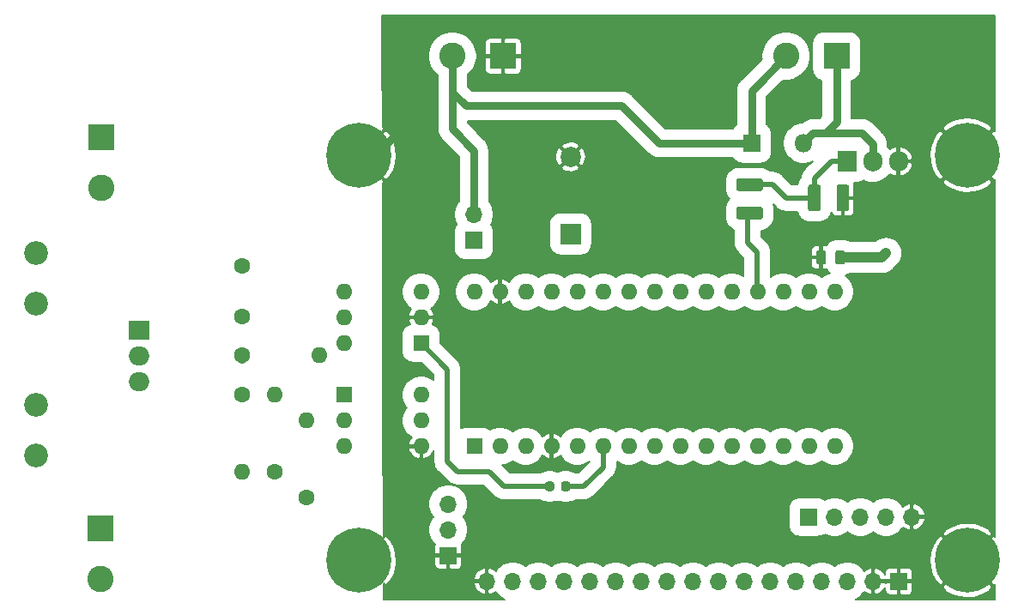
<source format=gbr>
G04 #@! TF.GenerationSoftware,KiCad,Pcbnew,(5.1.6)-1*
G04 #@! TF.CreationDate,2020-09-17T22:28:53+02:00*
G04 #@! TF.ProjectId,arduino_nano_reflow_TRIAC_v1_0,61726475-696e-46f5-9f6e-616e6f5f7265,1.0*
G04 #@! TF.SameCoordinates,Original*
G04 #@! TF.FileFunction,Copper,L1,Top*
G04 #@! TF.FilePolarity,Positive*
%FSLAX46Y46*%
G04 Gerber Fmt 4.6, Leading zero omitted, Abs format (unit mm)*
G04 Created by KiCad (PCBNEW (5.1.6)-1) date 2020-09-17 22:28:53*
%MOMM*%
%LPD*%
G01*
G04 APERTURE LIST*
G04 #@! TA.AperFunction,ComponentPad*
%ADD10C,2.600000*%
G04 #@! TD*
G04 #@! TA.AperFunction,ComponentPad*
%ADD11R,2.600000X2.600000*%
G04 #@! TD*
G04 #@! TA.AperFunction,ComponentPad*
%ADD12O,1.600000X1.600000*%
G04 #@! TD*
G04 #@! TA.AperFunction,ComponentPad*
%ADD13R,1.600000X1.600000*%
G04 #@! TD*
G04 #@! TA.AperFunction,ComponentPad*
%ADD14O,1.800000X1.800000*%
G04 #@! TD*
G04 #@! TA.AperFunction,ComponentPad*
%ADD15R,1.800000X1.800000*%
G04 #@! TD*
G04 #@! TA.AperFunction,ComponentPad*
%ADD16C,1.600000*%
G04 #@! TD*
G04 #@! TA.AperFunction,ComponentPad*
%ADD17O,2.000000X1.905000*%
G04 #@! TD*
G04 #@! TA.AperFunction,ComponentPad*
%ADD18R,2.000000X1.905000*%
G04 #@! TD*
G04 #@! TA.AperFunction,ComponentPad*
%ADD19C,6.400000*%
G04 #@! TD*
G04 #@! TA.AperFunction,ComponentPad*
%ADD20O,1.905000X2.000000*%
G04 #@! TD*
G04 #@! TA.AperFunction,ComponentPad*
%ADD21R,1.905000X2.000000*%
G04 #@! TD*
G04 #@! TA.AperFunction,ComponentPad*
%ADD22C,2.000000*%
G04 #@! TD*
G04 #@! TA.AperFunction,ComponentPad*
%ADD23R,2.000000X2.000000*%
G04 #@! TD*
G04 #@! TA.AperFunction,ComponentPad*
%ADD24O,1.700000X1.700000*%
G04 #@! TD*
G04 #@! TA.AperFunction,ComponentPad*
%ADD25R,1.700000X1.700000*%
G04 #@! TD*
G04 #@! TA.AperFunction,ComponentPad*
%ADD26C,2.350000*%
G04 #@! TD*
G04 #@! TA.AperFunction,ViaPad*
%ADD27C,0.600000*%
G04 #@! TD*
G04 #@! TA.AperFunction,Conductor*
%ADD28C,0.750000*%
G04 #@! TD*
G04 #@! TA.AperFunction,Conductor*
%ADD29C,1.000000*%
G04 #@! TD*
G04 #@! TA.AperFunction,Conductor*
%ADD30C,0.500000*%
G04 #@! TD*
G04 #@! TA.AperFunction,Conductor*
%ADD31C,0.200000*%
G04 #@! TD*
G04 APERTURE END LIST*
D10*
X178618820Y-63199260D03*
D11*
X183618820Y-63199260D03*
D12*
X183428820Y-86459260D03*
X183428820Y-101699260D03*
X147868820Y-86459260D03*
X180888820Y-101699260D03*
X150408820Y-86459260D03*
X178348820Y-101699260D03*
X152948820Y-86459260D03*
X175808820Y-101699260D03*
X155488820Y-86459260D03*
X173268820Y-101699260D03*
X158028820Y-86459260D03*
X170728820Y-101699260D03*
X160568820Y-86459260D03*
X168188820Y-101699260D03*
X163108820Y-86459260D03*
X165648820Y-101699260D03*
X165648820Y-86459260D03*
X163108820Y-101699260D03*
X168188820Y-86459260D03*
X160568820Y-101699260D03*
X170728820Y-86459260D03*
X158028820Y-101699260D03*
X173268820Y-86459260D03*
X155488820Y-101699260D03*
X175808820Y-86459260D03*
X152948820Y-101699260D03*
X178348820Y-86459260D03*
X150408820Y-101699260D03*
X180888820Y-86459260D03*
D13*
X147868820Y-101699260D03*
D14*
X180298820Y-71799260D03*
D15*
X175218820Y-71799260D03*
D16*
X124985000Y-88925000D03*
X124985000Y-83925000D03*
D12*
X132538820Y-92749260D03*
D16*
X124918820Y-92749260D03*
D12*
X124985000Y-104245000D03*
D16*
X124985000Y-96625000D03*
D12*
X134998820Y-91545000D03*
X142618820Y-86465000D03*
X134998820Y-89005000D03*
X142618820Y-89005000D03*
X134998820Y-86465000D03*
D13*
X142618820Y-91545000D03*
D12*
X142638820Y-96649260D03*
X135018820Y-101729260D03*
X142638820Y-99189260D03*
X135018820Y-99189260D03*
X142638820Y-101729260D03*
D13*
X135018820Y-96649260D03*
D17*
X114823820Y-95339260D03*
X114823820Y-92799260D03*
D18*
X114823820Y-90259260D03*
G04 #@! TA.AperFunction,SMDPad,CuDef*
G36*
G01*
X156443820Y-105930510D02*
X156443820Y-105418010D01*
G75*
G02*
X156662570Y-105199260I218750J0D01*
G01*
X157100070Y-105199260D01*
G75*
G02*
X157318820Y-105418010I0J-218750D01*
G01*
X157318820Y-105930510D01*
G75*
G02*
X157100070Y-106149260I-218750J0D01*
G01*
X156662570Y-106149260D01*
G75*
G02*
X156443820Y-105930510I0J218750D01*
G01*
G37*
G04 #@! TD.AperFunction*
G04 #@! TA.AperFunction,SMDPad,CuDef*
G36*
G01*
X154868820Y-105930510D02*
X154868820Y-105418010D01*
G75*
G02*
X155087570Y-105199260I218750J0D01*
G01*
X155525070Y-105199260D01*
G75*
G02*
X155743820Y-105418010I0J-218750D01*
G01*
X155743820Y-105930510D01*
G75*
G02*
X155525070Y-106149260I-218750J0D01*
G01*
X155087570Y-106149260D01*
G75*
G02*
X154868820Y-105930510I0J218750D01*
G01*
G37*
G04 #@! TD.AperFunction*
D19*
X196493140Y-72990980D03*
X136493140Y-72990980D03*
X136493140Y-112990980D03*
X196493140Y-112990980D03*
D20*
X189698820Y-73599260D03*
X187158820Y-73599260D03*
D21*
X184618820Y-73599260D03*
D12*
X128160000Y-96625000D03*
D16*
X128160000Y-104245000D03*
D12*
X131335000Y-99165000D03*
D16*
X131335000Y-106785000D03*
D22*
X157370000Y-73150000D03*
D23*
X157370000Y-80750000D03*
G04 #@! TA.AperFunction,SMDPad,CuDef*
G36*
G01*
X183468820Y-83530510D02*
X183468820Y-82618010D01*
G75*
G02*
X183712570Y-82374260I243750J0D01*
G01*
X184200070Y-82374260D01*
G75*
G02*
X184443820Y-82618010I0J-243750D01*
G01*
X184443820Y-83530510D01*
G75*
G02*
X184200070Y-83774260I-243750J0D01*
G01*
X183712570Y-83774260D01*
G75*
G02*
X183468820Y-83530510I0J243750D01*
G01*
G37*
G04 #@! TD.AperFunction*
G04 #@! TA.AperFunction,SMDPad,CuDef*
G36*
G01*
X181593820Y-83530510D02*
X181593820Y-82618010D01*
G75*
G02*
X181837570Y-82374260I243750J0D01*
G01*
X182325070Y-82374260D01*
G75*
G02*
X182568820Y-82618010I0J-243750D01*
G01*
X182568820Y-83530510D01*
G75*
G02*
X182325070Y-83774260I-243750J0D01*
G01*
X181837570Y-83774260D01*
G75*
G02*
X181593820Y-83530510I0J243750D01*
G01*
G37*
G04 #@! TD.AperFunction*
G04 #@! TA.AperFunction,SMDPad,CuDef*
G36*
G01*
X176093820Y-76524260D02*
X173943820Y-76524260D01*
G75*
G02*
X173693820Y-76274260I0J250000D01*
G01*
X173693820Y-75524260D01*
G75*
G02*
X173943820Y-75274260I250000J0D01*
G01*
X176093820Y-75274260D01*
G75*
G02*
X176343820Y-75524260I0J-250000D01*
G01*
X176343820Y-76274260D01*
G75*
G02*
X176093820Y-76524260I-250000J0D01*
G01*
G37*
G04 #@! TD.AperFunction*
G04 #@! TA.AperFunction,SMDPad,CuDef*
G36*
G01*
X176093820Y-79324260D02*
X173943820Y-79324260D01*
G75*
G02*
X173693820Y-79074260I0J250000D01*
G01*
X173693820Y-78324260D01*
G75*
G02*
X173943820Y-78074260I250000J0D01*
G01*
X176093820Y-78074260D01*
G75*
G02*
X176343820Y-78324260I0J-250000D01*
G01*
X176343820Y-79074260D01*
G75*
G02*
X176093820Y-79324260I-250000J0D01*
G01*
G37*
G04 #@! TD.AperFunction*
G04 #@! TA.AperFunction,SMDPad,CuDef*
G36*
G01*
X182043820Y-76124260D02*
X182043820Y-78274260D01*
G75*
G02*
X181793820Y-78524260I-250000J0D01*
G01*
X181043820Y-78524260D01*
G75*
G02*
X180793820Y-78274260I0J250000D01*
G01*
X180793820Y-76124260D01*
G75*
G02*
X181043820Y-75874260I250000J0D01*
G01*
X181793820Y-75874260D01*
G75*
G02*
X182043820Y-76124260I0J-250000D01*
G01*
G37*
G04 #@! TD.AperFunction*
G04 #@! TA.AperFunction,SMDPad,CuDef*
G36*
G01*
X184843820Y-76124260D02*
X184843820Y-78274260D01*
G75*
G02*
X184593820Y-78524260I-250000J0D01*
G01*
X183843820Y-78524260D01*
G75*
G02*
X183593820Y-78274260I0J250000D01*
G01*
X183593820Y-76124260D01*
G75*
G02*
X183843820Y-75874260I250000J0D01*
G01*
X184593820Y-75874260D01*
G75*
G02*
X184843820Y-76124260I0J-250000D01*
G01*
G37*
G04 #@! TD.AperFunction*
D24*
X191025000Y-108690000D03*
X188485000Y-108690000D03*
X185945000Y-108690000D03*
X183405000Y-108690000D03*
D25*
X180865000Y-108690000D03*
D24*
X149115000Y-115040000D03*
X151655000Y-115040000D03*
X154195000Y-115040000D03*
X156735000Y-115040000D03*
X159275000Y-115040000D03*
X161815000Y-115040000D03*
X164355000Y-115040000D03*
X166895000Y-115040000D03*
X169435000Y-115040000D03*
X171975000Y-115040000D03*
X174515000Y-115040000D03*
X177055000Y-115040000D03*
X179595000Y-115040000D03*
X182135000Y-115040000D03*
X184675000Y-115040000D03*
X187215000Y-115040000D03*
D25*
X189755000Y-115040000D03*
D10*
X110993820Y-114824260D03*
D11*
X110993820Y-109824260D03*
D10*
X111093820Y-76174260D03*
D11*
X111093820Y-71174260D03*
D10*
X145718820Y-63199260D03*
D11*
X150718820Y-63199260D03*
D25*
X147845000Y-81385000D03*
D24*
X147845000Y-78845000D03*
D25*
X145305000Y-112500000D03*
D24*
X145305000Y-109960000D03*
X145305000Y-107420000D03*
D26*
X104663820Y-97639260D03*
X104663820Y-102639260D03*
X104663820Y-87639260D03*
X104663820Y-82639260D03*
D27*
X140604820Y-70447260D03*
X188485000Y-82655000D03*
D28*
X138061100Y-72990980D02*
X140604820Y-70447260D01*
X136493140Y-72990980D02*
X138061100Y-72990980D01*
D29*
X188065740Y-83074260D02*
X188485000Y-82655000D01*
X183956320Y-83074260D02*
X188065740Y-83074260D01*
D28*
X147845000Y-78845000D02*
X147845000Y-72525440D01*
X147845000Y-72525440D02*
X145718820Y-70399260D01*
X175218820Y-71799260D02*
X166118820Y-71799260D01*
X166118820Y-71799260D02*
X162418820Y-68099260D01*
X147018820Y-68099260D02*
X145718820Y-66799260D01*
X162418820Y-68099260D02*
X147018820Y-68099260D01*
X145718820Y-70399260D02*
X145718820Y-66799260D01*
X145718820Y-66799260D02*
X145718820Y-63199260D01*
X175218820Y-66599260D02*
X178618820Y-63199260D01*
X175218820Y-71799260D02*
X175218820Y-66599260D01*
D30*
X175785000Y-86465000D02*
X175785000Y-82565440D01*
X174818820Y-81599260D02*
X174818820Y-78349260D01*
X175785000Y-82565440D02*
X174818820Y-81599260D01*
D28*
X187158820Y-71849260D02*
X186108820Y-70799260D01*
X187158820Y-73599260D02*
X187158820Y-71849260D01*
X181298820Y-70799260D02*
X180298820Y-71799260D01*
X186108820Y-70799260D02*
X182518820Y-70799260D01*
X183618820Y-69699260D02*
X182518820Y-70799260D01*
X183618820Y-63199260D02*
X183618820Y-69699260D01*
X182518820Y-70799260D02*
X181298820Y-70799260D01*
D30*
X156881320Y-105674260D02*
X158668820Y-105674260D01*
X160568820Y-103774260D02*
X160568820Y-101699260D01*
X158668820Y-105674260D02*
X160568820Y-103774260D01*
D29*
X124985000Y-92483080D02*
X124718820Y-92749260D01*
X124985000Y-93015440D02*
X124718820Y-92749260D01*
D30*
X145218820Y-94145000D02*
X142618820Y-91545000D01*
X145218820Y-103249260D02*
X145218820Y-94145000D01*
X149318820Y-104199260D02*
X146168820Y-104199260D01*
X146168820Y-104199260D02*
X145218820Y-103249260D01*
X150793820Y-105674260D02*
X149318820Y-104199260D01*
X155306320Y-105674260D02*
X150793820Y-105674260D01*
X175018820Y-75899260D02*
X177318820Y-75899260D01*
X178618820Y-77199260D02*
X181418820Y-77199260D01*
X177318820Y-75899260D02*
X178618820Y-77199260D01*
X181418820Y-77199260D02*
X181418820Y-75299260D01*
X183118820Y-73599260D02*
X184618820Y-73599260D01*
X181418820Y-75299260D02*
X183118820Y-73599260D01*
D31*
G36*
X199243821Y-70634740D02*
G01*
X199103432Y-70522109D01*
X196634561Y-72990980D01*
X199103432Y-75459851D01*
X199243821Y-75347220D01*
X199243820Y-110634740D01*
X199103432Y-110522109D01*
X196634561Y-112990980D01*
X199103432Y-115459851D01*
X199243820Y-115347220D01*
X199243820Y-116824714D01*
X198501429Y-116825000D01*
X185461223Y-116825000D01*
X185598671Y-116768067D01*
X185918052Y-116554664D01*
X186189664Y-116283052D01*
X186338152Y-116060823D01*
X186504570Y-116187954D01*
X186742175Y-116304494D01*
X186905625Y-116354072D01*
X187115000Y-116260912D01*
X187115000Y-115140000D01*
X187315000Y-115140000D01*
X187315000Y-116260912D01*
X187524375Y-116354072D01*
X187687825Y-116304494D01*
X187925430Y-116187954D01*
X188135734Y-116027298D01*
X188310655Y-115828701D01*
X188403437Y-115668791D01*
X188402581Y-115890000D01*
X188412235Y-115988017D01*
X188440825Y-116082267D01*
X188487254Y-116169129D01*
X188549736Y-116245264D01*
X188625871Y-116307746D01*
X188712733Y-116354175D01*
X188806983Y-116382765D01*
X188905000Y-116392419D01*
X189530000Y-116390000D01*
X189655000Y-116265000D01*
X189655000Y-115140000D01*
X189855000Y-115140000D01*
X189855000Y-116265000D01*
X189980000Y-116390000D01*
X190605000Y-116392419D01*
X190703017Y-116382765D01*
X190797267Y-116354175D01*
X190884129Y-116307746D01*
X190960264Y-116245264D01*
X191022746Y-116169129D01*
X191069175Y-116082267D01*
X191097765Y-115988017D01*
X191107419Y-115890000D01*
X191106302Y-115601272D01*
X194024269Y-115601272D01*
X194389504Y-116056518D01*
X195027982Y-116408013D01*
X195722764Y-116628194D01*
X196447152Y-116708599D01*
X197173307Y-116646137D01*
X197873323Y-116443211D01*
X198520301Y-116107617D01*
X198596776Y-116056518D01*
X198962011Y-115601272D01*
X196493140Y-113132401D01*
X194024269Y-115601272D01*
X191106302Y-115601272D01*
X191105000Y-115265000D01*
X190980000Y-115140000D01*
X189855000Y-115140000D01*
X189655000Y-115140000D01*
X188530000Y-115140000D01*
X188465068Y-115204932D01*
X188436295Y-115140000D01*
X187315000Y-115140000D01*
X187115000Y-115140000D01*
X187095000Y-115140000D01*
X187095000Y-114940000D01*
X187115000Y-114940000D01*
X187115000Y-113819088D01*
X187315000Y-113819088D01*
X187315000Y-114940000D01*
X188436295Y-114940000D01*
X188465068Y-114875068D01*
X188530000Y-114940000D01*
X189655000Y-114940000D01*
X189655000Y-113815000D01*
X189855000Y-113815000D01*
X189855000Y-114940000D01*
X190980000Y-114940000D01*
X191105000Y-114815000D01*
X191107419Y-114190000D01*
X191097765Y-114091983D01*
X191069175Y-113997733D01*
X191022746Y-113910871D01*
X190960264Y-113834736D01*
X190884129Y-113772254D01*
X190797267Y-113725825D01*
X190703017Y-113697235D01*
X190605000Y-113687581D01*
X189980000Y-113690000D01*
X189855000Y-113815000D01*
X189655000Y-113815000D01*
X189530000Y-113690000D01*
X188905000Y-113687581D01*
X188806983Y-113697235D01*
X188712733Y-113725825D01*
X188625871Y-113772254D01*
X188549736Y-113834736D01*
X188487254Y-113910871D01*
X188440825Y-113997733D01*
X188412235Y-114091983D01*
X188402581Y-114190000D01*
X188403437Y-114411209D01*
X188310655Y-114251299D01*
X188135734Y-114052702D01*
X187925430Y-113892046D01*
X187687825Y-113775506D01*
X187524375Y-113725928D01*
X187315000Y-113819088D01*
X187115000Y-113819088D01*
X186905625Y-113725928D01*
X186742175Y-113775506D01*
X186504570Y-113892046D01*
X186338152Y-114019177D01*
X186189664Y-113796948D01*
X185918052Y-113525336D01*
X185598671Y-113311933D01*
X185243794Y-113164938D01*
X184867058Y-113090000D01*
X184482942Y-113090000D01*
X184106206Y-113164938D01*
X183751329Y-113311933D01*
X183431948Y-113525336D01*
X183405000Y-113552284D01*
X183378052Y-113525336D01*
X183058671Y-113311933D01*
X182703794Y-113164938D01*
X182327058Y-113090000D01*
X181942942Y-113090000D01*
X181566206Y-113164938D01*
X181211329Y-113311933D01*
X180891948Y-113525336D01*
X180865000Y-113552284D01*
X180838052Y-113525336D01*
X180518671Y-113311933D01*
X180163794Y-113164938D01*
X179787058Y-113090000D01*
X179402942Y-113090000D01*
X179026206Y-113164938D01*
X178671329Y-113311933D01*
X178351948Y-113525336D01*
X178325000Y-113552284D01*
X178298052Y-113525336D01*
X177978671Y-113311933D01*
X177623794Y-113164938D01*
X177247058Y-113090000D01*
X176862942Y-113090000D01*
X176486206Y-113164938D01*
X176131329Y-113311933D01*
X175811948Y-113525336D01*
X175785000Y-113552284D01*
X175758052Y-113525336D01*
X175438671Y-113311933D01*
X175083794Y-113164938D01*
X174707058Y-113090000D01*
X174322942Y-113090000D01*
X173946206Y-113164938D01*
X173591329Y-113311933D01*
X173271948Y-113525336D01*
X173245000Y-113552284D01*
X173218052Y-113525336D01*
X172898671Y-113311933D01*
X172543794Y-113164938D01*
X172167058Y-113090000D01*
X171782942Y-113090000D01*
X171406206Y-113164938D01*
X171051329Y-113311933D01*
X170731948Y-113525336D01*
X170705000Y-113552284D01*
X170678052Y-113525336D01*
X170358671Y-113311933D01*
X170003794Y-113164938D01*
X169627058Y-113090000D01*
X169242942Y-113090000D01*
X168866206Y-113164938D01*
X168511329Y-113311933D01*
X168191948Y-113525336D01*
X168165000Y-113552284D01*
X168138052Y-113525336D01*
X167818671Y-113311933D01*
X167463794Y-113164938D01*
X167087058Y-113090000D01*
X166702942Y-113090000D01*
X166326206Y-113164938D01*
X165971329Y-113311933D01*
X165651948Y-113525336D01*
X165625000Y-113552284D01*
X165598052Y-113525336D01*
X165278671Y-113311933D01*
X164923794Y-113164938D01*
X164547058Y-113090000D01*
X164162942Y-113090000D01*
X163786206Y-113164938D01*
X163431329Y-113311933D01*
X163111948Y-113525336D01*
X163085000Y-113552284D01*
X163058052Y-113525336D01*
X162738671Y-113311933D01*
X162383794Y-113164938D01*
X162007058Y-113090000D01*
X161622942Y-113090000D01*
X161246206Y-113164938D01*
X160891329Y-113311933D01*
X160571948Y-113525336D01*
X160545000Y-113552284D01*
X160518052Y-113525336D01*
X160198671Y-113311933D01*
X159843794Y-113164938D01*
X159467058Y-113090000D01*
X159082942Y-113090000D01*
X158706206Y-113164938D01*
X158351329Y-113311933D01*
X158031948Y-113525336D01*
X158005000Y-113552284D01*
X157978052Y-113525336D01*
X157658671Y-113311933D01*
X157303794Y-113164938D01*
X156927058Y-113090000D01*
X156542942Y-113090000D01*
X156166206Y-113164938D01*
X155811329Y-113311933D01*
X155491948Y-113525336D01*
X155465000Y-113552284D01*
X155438052Y-113525336D01*
X155118671Y-113311933D01*
X154763794Y-113164938D01*
X154387058Y-113090000D01*
X154002942Y-113090000D01*
X153626206Y-113164938D01*
X153271329Y-113311933D01*
X152951948Y-113525336D01*
X152925000Y-113552284D01*
X152898052Y-113525336D01*
X152578671Y-113311933D01*
X152223794Y-113164938D01*
X151847058Y-113090000D01*
X151462942Y-113090000D01*
X151086206Y-113164938D01*
X150731329Y-113311933D01*
X150411948Y-113525336D01*
X150140336Y-113796948D01*
X149991848Y-114019177D01*
X149825430Y-113892046D01*
X149587825Y-113775506D01*
X149424375Y-113725928D01*
X149215000Y-113819088D01*
X149215000Y-114940000D01*
X149235000Y-114940000D01*
X149235000Y-115140000D01*
X149215000Y-115140000D01*
X149215000Y-116260912D01*
X149424375Y-116354072D01*
X149587825Y-116304494D01*
X149825430Y-116187954D01*
X149991848Y-116060823D01*
X150140336Y-116283052D01*
X150411948Y-116554664D01*
X150731329Y-116768067D01*
X150868777Y-116825000D01*
X138919885Y-116825000D01*
X138917091Y-115657262D01*
X138962011Y-115601272D01*
X138916849Y-115556110D01*
X138916171Y-115272590D01*
X139103432Y-115459851D01*
X139241133Y-115349376D01*
X147800924Y-115349376D01*
X147886530Y-115599795D01*
X148019345Y-115828701D01*
X148194266Y-116027298D01*
X148404570Y-116187954D01*
X148642175Y-116304494D01*
X148805625Y-116354072D01*
X149015000Y-116260912D01*
X149015000Y-115140000D01*
X147893705Y-115140000D01*
X147800924Y-115349376D01*
X139241133Y-115349376D01*
X139558678Y-115094616D01*
X139759062Y-114730624D01*
X147800924Y-114730624D01*
X147893705Y-114940000D01*
X149015000Y-114940000D01*
X149015000Y-113819088D01*
X148805625Y-113725928D01*
X148642175Y-113775506D01*
X148404570Y-113892046D01*
X148194266Y-114052702D01*
X148019345Y-114251299D01*
X147886530Y-114480205D01*
X147800924Y-114730624D01*
X139759062Y-114730624D01*
X139910173Y-114456138D01*
X140130354Y-113761356D01*
X140176013Y-113350000D01*
X143952581Y-113350000D01*
X143962235Y-113448017D01*
X143990825Y-113542267D01*
X144037254Y-113629129D01*
X144099736Y-113705264D01*
X144175871Y-113767746D01*
X144262733Y-113814175D01*
X144356983Y-113842765D01*
X144455000Y-113852419D01*
X145080000Y-113850000D01*
X145205000Y-113725000D01*
X145205000Y-112600000D01*
X145405000Y-112600000D01*
X145405000Y-113725000D01*
X145530000Y-113850000D01*
X146155000Y-113852419D01*
X146253017Y-113842765D01*
X146347267Y-113814175D01*
X146434129Y-113767746D01*
X146510264Y-113705264D01*
X146572746Y-113629129D01*
X146619175Y-113542267D01*
X146647765Y-113448017D01*
X146657419Y-113350000D01*
X146655852Y-112944992D01*
X192775521Y-112944992D01*
X192837983Y-113671147D01*
X193040909Y-114371163D01*
X193376503Y-115018141D01*
X193427602Y-115094616D01*
X193882848Y-115459851D01*
X196351719Y-112990980D01*
X193882848Y-110522109D01*
X193427602Y-110887344D01*
X193076107Y-111525822D01*
X192855926Y-112220604D01*
X192775521Y-112944992D01*
X146655852Y-112944992D01*
X146655000Y-112725000D01*
X146530000Y-112600000D01*
X145405000Y-112600000D01*
X145205000Y-112600000D01*
X144080000Y-112600000D01*
X143955000Y-112725000D01*
X143952581Y-113350000D01*
X140176013Y-113350000D01*
X140210759Y-113036968D01*
X140148297Y-112310813D01*
X139945371Y-111610797D01*
X139609777Y-110963819D01*
X139558678Y-110887344D01*
X139103432Y-110522109D01*
X138905278Y-110720263D01*
X138904603Y-110438096D01*
X138962011Y-110380688D01*
X138904293Y-110308746D01*
X138896922Y-107227942D01*
X143355000Y-107227942D01*
X143355000Y-107612058D01*
X143429938Y-107988794D01*
X143576933Y-108343671D01*
X143790336Y-108663052D01*
X143817284Y-108690000D01*
X143790336Y-108716948D01*
X143576933Y-109036329D01*
X143429938Y-109391206D01*
X143355000Y-109767942D01*
X143355000Y-110152058D01*
X143429938Y-110528794D01*
X143576933Y-110883671D01*
X143790336Y-111203052D01*
X144009702Y-111422418D01*
X143990825Y-111457733D01*
X143962235Y-111551983D01*
X143952581Y-111650000D01*
X143955000Y-112275000D01*
X144080000Y-112400000D01*
X145205000Y-112400000D01*
X145205000Y-112380000D01*
X145405000Y-112380000D01*
X145405000Y-112400000D01*
X146530000Y-112400000D01*
X146655000Y-112275000D01*
X146657419Y-111650000D01*
X146647765Y-111551983D01*
X146619175Y-111457733D01*
X146600298Y-111422418D01*
X146819664Y-111203052D01*
X147033067Y-110883671D01*
X147180062Y-110528794D01*
X147255000Y-110152058D01*
X147255000Y-109767942D01*
X147180062Y-109391206D01*
X147033067Y-109036329D01*
X146819664Y-108716948D01*
X146792716Y-108690000D01*
X146819664Y-108663052D01*
X147033067Y-108343671D01*
X147180062Y-107988794D01*
X147209659Y-107840000D01*
X178909678Y-107840000D01*
X178909678Y-109540000D01*
X178930916Y-109755638D01*
X178993816Y-109962988D01*
X179095958Y-110154084D01*
X179233419Y-110321581D01*
X179400916Y-110459042D01*
X179592012Y-110561184D01*
X179799362Y-110624084D01*
X180015000Y-110645322D01*
X181715000Y-110645322D01*
X181930638Y-110624084D01*
X182137988Y-110561184D01*
X182329084Y-110459042D01*
X182424931Y-110380383D01*
X182481329Y-110418067D01*
X182836206Y-110565062D01*
X183212942Y-110640000D01*
X183597058Y-110640000D01*
X183973794Y-110565062D01*
X184328671Y-110418067D01*
X184648052Y-110204664D01*
X184675000Y-110177716D01*
X184701948Y-110204664D01*
X185021329Y-110418067D01*
X185376206Y-110565062D01*
X185752942Y-110640000D01*
X186137058Y-110640000D01*
X186513794Y-110565062D01*
X186868671Y-110418067D01*
X187188052Y-110204664D01*
X187215000Y-110177716D01*
X187241948Y-110204664D01*
X187561329Y-110418067D01*
X187916206Y-110565062D01*
X188292942Y-110640000D01*
X188677058Y-110640000D01*
X189053794Y-110565062D01*
X189408671Y-110418067D01*
X189464612Y-110380688D01*
X194024269Y-110380688D01*
X196493140Y-112849559D01*
X198962011Y-110380688D01*
X198596776Y-109925442D01*
X197958298Y-109573947D01*
X197263516Y-109353766D01*
X196539128Y-109273361D01*
X195812973Y-109335823D01*
X195112957Y-109538749D01*
X194465979Y-109874343D01*
X194389504Y-109925442D01*
X194024269Y-110380688D01*
X189464612Y-110380688D01*
X189728052Y-110204664D01*
X189999664Y-109933052D01*
X190148152Y-109710823D01*
X190314570Y-109837954D01*
X190552175Y-109954494D01*
X190715625Y-110004072D01*
X190925000Y-109910912D01*
X190925000Y-108790000D01*
X191125000Y-108790000D01*
X191125000Y-109910912D01*
X191334375Y-110004072D01*
X191497825Y-109954494D01*
X191735430Y-109837954D01*
X191945734Y-109677298D01*
X192120655Y-109478701D01*
X192253470Y-109249795D01*
X192339076Y-108999376D01*
X192246295Y-108790000D01*
X191125000Y-108790000D01*
X190925000Y-108790000D01*
X190905000Y-108790000D01*
X190905000Y-108590000D01*
X190925000Y-108590000D01*
X190925000Y-107469088D01*
X191125000Y-107469088D01*
X191125000Y-108590000D01*
X192246295Y-108590000D01*
X192339076Y-108380624D01*
X192253470Y-108130205D01*
X192120655Y-107901299D01*
X191945734Y-107702702D01*
X191735430Y-107542046D01*
X191497825Y-107425506D01*
X191334375Y-107375928D01*
X191125000Y-107469088D01*
X190925000Y-107469088D01*
X190715625Y-107375928D01*
X190552175Y-107425506D01*
X190314570Y-107542046D01*
X190148152Y-107669177D01*
X189999664Y-107446948D01*
X189728052Y-107175336D01*
X189408671Y-106961933D01*
X189053794Y-106814938D01*
X188677058Y-106740000D01*
X188292942Y-106740000D01*
X187916206Y-106814938D01*
X187561329Y-106961933D01*
X187241948Y-107175336D01*
X187215000Y-107202284D01*
X187188052Y-107175336D01*
X186868671Y-106961933D01*
X186513794Y-106814938D01*
X186137058Y-106740000D01*
X185752942Y-106740000D01*
X185376206Y-106814938D01*
X185021329Y-106961933D01*
X184701948Y-107175336D01*
X184675000Y-107202284D01*
X184648052Y-107175336D01*
X184328671Y-106961933D01*
X183973794Y-106814938D01*
X183597058Y-106740000D01*
X183212942Y-106740000D01*
X182836206Y-106814938D01*
X182481329Y-106961933D01*
X182424931Y-106999617D01*
X182329084Y-106920958D01*
X182137988Y-106818816D01*
X181930638Y-106755916D01*
X181715000Y-106734678D01*
X180015000Y-106734678D01*
X179799362Y-106755916D01*
X179592012Y-106818816D01*
X179400916Y-106920958D01*
X179233419Y-107058419D01*
X179095958Y-107225916D01*
X178993816Y-107417012D01*
X178930916Y-107624362D01*
X178909678Y-107840000D01*
X147209659Y-107840000D01*
X147255000Y-107612058D01*
X147255000Y-107227942D01*
X147180062Y-106851206D01*
X147033067Y-106496329D01*
X146819664Y-106176948D01*
X146548052Y-105905336D01*
X146228671Y-105691933D01*
X145873794Y-105544938D01*
X145497058Y-105470000D01*
X145112942Y-105470000D01*
X144736206Y-105544938D01*
X144381329Y-105691933D01*
X144061948Y-105905336D01*
X143790336Y-106176948D01*
X143576933Y-106496329D01*
X143429938Y-106851206D01*
X143355000Y-107227942D01*
X138896922Y-107227942D01*
X138884486Y-102030791D01*
X141374273Y-102030791D01*
X141419862Y-102181092D01*
X141531432Y-102410217D01*
X141685558Y-102613173D01*
X141876318Y-102782161D01*
X142096380Y-102910687D01*
X142337288Y-102993811D01*
X142538820Y-102900412D01*
X142538820Y-101829260D01*
X141468083Y-101829260D01*
X141374273Y-102030791D01*
X138884486Y-102030791D01*
X138857482Y-90745000D01*
X140713498Y-90745000D01*
X140713498Y-92345000D01*
X140734736Y-92560638D01*
X140797636Y-92767988D01*
X140899778Y-92959084D01*
X141037239Y-93126581D01*
X141204736Y-93264042D01*
X141395832Y-93366184D01*
X141603182Y-93429084D01*
X141818820Y-93450322D01*
X142614954Y-93450322D01*
X143868821Y-94704189D01*
X143868821Y-95192256D01*
X143849999Y-95173434D01*
X143538807Y-94965502D01*
X143193029Y-94822276D01*
X142825954Y-94749260D01*
X142451686Y-94749260D01*
X142084611Y-94822276D01*
X141738833Y-94965502D01*
X141427641Y-95173434D01*
X141162994Y-95438081D01*
X140955062Y-95749273D01*
X140811836Y-96095051D01*
X140738820Y-96462126D01*
X140738820Y-96836394D01*
X140811836Y-97203469D01*
X140955062Y-97549247D01*
X141162994Y-97860439D01*
X141221815Y-97919260D01*
X141162994Y-97978081D01*
X140955062Y-98289273D01*
X140811836Y-98635051D01*
X140738820Y-99002126D01*
X140738820Y-99376394D01*
X140811836Y-99743469D01*
X140955062Y-100089247D01*
X141162994Y-100400439D01*
X141427641Y-100665086D01*
X141690658Y-100840829D01*
X141685558Y-100845347D01*
X141531432Y-101048303D01*
X141419862Y-101277428D01*
X141374273Y-101427729D01*
X141468083Y-101629260D01*
X142538820Y-101629260D01*
X142538820Y-101609260D01*
X142738820Y-101609260D01*
X142738820Y-101629260D01*
X142758820Y-101629260D01*
X142758820Y-101829260D01*
X142738820Y-101829260D01*
X142738820Y-102900412D01*
X142940352Y-102993811D01*
X143181260Y-102910687D01*
X143401322Y-102782161D01*
X143592082Y-102613173D01*
X143746208Y-102410217D01*
X143857778Y-102181092D01*
X143868820Y-102144688D01*
X143868820Y-103182941D01*
X143862288Y-103249260D01*
X143868820Y-103315579D01*
X143868820Y-103315580D01*
X143888353Y-103513905D01*
X143965548Y-103768381D01*
X144004139Y-103840580D01*
X144090905Y-104002909D01*
X144217330Y-104156958D01*
X144217333Y-104156961D01*
X144259607Y-104208472D01*
X144311119Y-104250747D01*
X145167333Y-105106962D01*
X145209607Y-105158473D01*
X145261118Y-105200747D01*
X145261121Y-105200750D01*
X145415170Y-105327175D01*
X145540527Y-105394179D01*
X145649698Y-105452532D01*
X145904174Y-105529727D01*
X146102499Y-105549260D01*
X146102501Y-105549260D01*
X146168820Y-105555792D01*
X146235139Y-105549260D01*
X148759632Y-105549260D01*
X149792333Y-106581962D01*
X149834607Y-106633473D01*
X149886118Y-106675747D01*
X149886121Y-106675750D01*
X150040170Y-106802175D01*
X150161020Y-106866770D01*
X150274698Y-106927532D01*
X150529174Y-107004727D01*
X150727499Y-107024260D01*
X150727500Y-107024260D01*
X150793819Y-107030792D01*
X150860138Y-107024260D01*
X154343211Y-107024260D01*
X154351955Y-107031436D01*
X154580870Y-107153793D01*
X154829256Y-107229140D01*
X155087570Y-107254582D01*
X155525070Y-107254582D01*
X155783384Y-107229140D01*
X156031770Y-107153793D01*
X156093820Y-107120627D01*
X156155870Y-107153793D01*
X156404256Y-107229140D01*
X156662570Y-107254582D01*
X157100070Y-107254582D01*
X157358384Y-107229140D01*
X157606770Y-107153793D01*
X157835685Y-107031436D01*
X157844429Y-107024260D01*
X158602501Y-107024260D01*
X158668820Y-107030792D01*
X158735139Y-107024260D01*
X158735141Y-107024260D01*
X158933466Y-107004727D01*
X159187942Y-106927532D01*
X159422469Y-106802175D01*
X159628033Y-106633473D01*
X159670311Y-106581957D01*
X161476521Y-104775747D01*
X161528032Y-104733473D01*
X161632818Y-104605792D01*
X161696735Y-104527910D01*
X161822091Y-104293383D01*
X161822092Y-104293382D01*
X161899287Y-104038906D01*
X161918820Y-103840581D01*
X161918820Y-103840579D01*
X161925352Y-103774260D01*
X161918820Y-103707941D01*
X161918820Y-103189237D01*
X162208833Y-103383018D01*
X162554611Y-103526244D01*
X162921686Y-103599260D01*
X163295954Y-103599260D01*
X163663029Y-103526244D01*
X164008807Y-103383018D01*
X164319999Y-103175086D01*
X164378820Y-103116265D01*
X164437641Y-103175086D01*
X164748833Y-103383018D01*
X165094611Y-103526244D01*
X165461686Y-103599260D01*
X165835954Y-103599260D01*
X166203029Y-103526244D01*
X166548807Y-103383018D01*
X166859999Y-103175086D01*
X166918820Y-103116265D01*
X166977641Y-103175086D01*
X167288833Y-103383018D01*
X167634611Y-103526244D01*
X168001686Y-103599260D01*
X168375954Y-103599260D01*
X168743029Y-103526244D01*
X169088807Y-103383018D01*
X169399999Y-103175086D01*
X169458820Y-103116265D01*
X169517641Y-103175086D01*
X169828833Y-103383018D01*
X170174611Y-103526244D01*
X170541686Y-103599260D01*
X170915954Y-103599260D01*
X171283029Y-103526244D01*
X171628807Y-103383018D01*
X171939999Y-103175086D01*
X171998820Y-103116265D01*
X172057641Y-103175086D01*
X172368833Y-103383018D01*
X172714611Y-103526244D01*
X173081686Y-103599260D01*
X173455954Y-103599260D01*
X173823029Y-103526244D01*
X174168807Y-103383018D01*
X174479999Y-103175086D01*
X174538820Y-103116265D01*
X174597641Y-103175086D01*
X174908833Y-103383018D01*
X175254611Y-103526244D01*
X175621686Y-103599260D01*
X175995954Y-103599260D01*
X176363029Y-103526244D01*
X176708807Y-103383018D01*
X177019999Y-103175086D01*
X177078820Y-103116265D01*
X177137641Y-103175086D01*
X177448833Y-103383018D01*
X177794611Y-103526244D01*
X178161686Y-103599260D01*
X178535954Y-103599260D01*
X178903029Y-103526244D01*
X179248807Y-103383018D01*
X179559999Y-103175086D01*
X179618820Y-103116265D01*
X179677641Y-103175086D01*
X179988833Y-103383018D01*
X180334611Y-103526244D01*
X180701686Y-103599260D01*
X181075954Y-103599260D01*
X181443029Y-103526244D01*
X181788807Y-103383018D01*
X182099999Y-103175086D01*
X182158820Y-103116265D01*
X182217641Y-103175086D01*
X182528833Y-103383018D01*
X182874611Y-103526244D01*
X183241686Y-103599260D01*
X183615954Y-103599260D01*
X183983029Y-103526244D01*
X184328807Y-103383018D01*
X184639999Y-103175086D01*
X184904646Y-102910439D01*
X185112578Y-102599247D01*
X185255804Y-102253469D01*
X185328820Y-101886394D01*
X185328820Y-101512126D01*
X185255804Y-101145051D01*
X185112578Y-100799273D01*
X184904646Y-100488081D01*
X184639999Y-100223434D01*
X184328807Y-100015502D01*
X183983029Y-99872276D01*
X183615954Y-99799260D01*
X183241686Y-99799260D01*
X182874611Y-99872276D01*
X182528833Y-100015502D01*
X182217641Y-100223434D01*
X182158820Y-100282255D01*
X182099999Y-100223434D01*
X181788807Y-100015502D01*
X181443029Y-99872276D01*
X181075954Y-99799260D01*
X180701686Y-99799260D01*
X180334611Y-99872276D01*
X179988833Y-100015502D01*
X179677641Y-100223434D01*
X179618820Y-100282255D01*
X179559999Y-100223434D01*
X179248807Y-100015502D01*
X178903029Y-99872276D01*
X178535954Y-99799260D01*
X178161686Y-99799260D01*
X177794611Y-99872276D01*
X177448833Y-100015502D01*
X177137641Y-100223434D01*
X177078820Y-100282255D01*
X177019999Y-100223434D01*
X176708807Y-100015502D01*
X176363029Y-99872276D01*
X175995954Y-99799260D01*
X175621686Y-99799260D01*
X175254611Y-99872276D01*
X174908833Y-100015502D01*
X174597641Y-100223434D01*
X174538820Y-100282255D01*
X174479999Y-100223434D01*
X174168807Y-100015502D01*
X173823029Y-99872276D01*
X173455954Y-99799260D01*
X173081686Y-99799260D01*
X172714611Y-99872276D01*
X172368833Y-100015502D01*
X172057641Y-100223434D01*
X171998820Y-100282255D01*
X171939999Y-100223434D01*
X171628807Y-100015502D01*
X171283029Y-99872276D01*
X170915954Y-99799260D01*
X170541686Y-99799260D01*
X170174611Y-99872276D01*
X169828833Y-100015502D01*
X169517641Y-100223434D01*
X169458820Y-100282255D01*
X169399999Y-100223434D01*
X169088807Y-100015502D01*
X168743029Y-99872276D01*
X168375954Y-99799260D01*
X168001686Y-99799260D01*
X167634611Y-99872276D01*
X167288833Y-100015502D01*
X166977641Y-100223434D01*
X166918820Y-100282255D01*
X166859999Y-100223434D01*
X166548807Y-100015502D01*
X166203029Y-99872276D01*
X165835954Y-99799260D01*
X165461686Y-99799260D01*
X165094611Y-99872276D01*
X164748833Y-100015502D01*
X164437641Y-100223434D01*
X164378820Y-100282255D01*
X164319999Y-100223434D01*
X164008807Y-100015502D01*
X163663029Y-99872276D01*
X163295954Y-99799260D01*
X162921686Y-99799260D01*
X162554611Y-99872276D01*
X162208833Y-100015502D01*
X161897641Y-100223434D01*
X161838820Y-100282255D01*
X161779999Y-100223434D01*
X161468807Y-100015502D01*
X161123029Y-99872276D01*
X160755954Y-99799260D01*
X160381686Y-99799260D01*
X160014611Y-99872276D01*
X159668833Y-100015502D01*
X159357641Y-100223434D01*
X159298820Y-100282255D01*
X159239999Y-100223434D01*
X158928807Y-100015502D01*
X158583029Y-99872276D01*
X158215954Y-99799260D01*
X157841686Y-99799260D01*
X157474611Y-99872276D01*
X157128833Y-100015502D01*
X156817641Y-100223434D01*
X156552994Y-100488081D01*
X156377251Y-100751098D01*
X156372733Y-100745998D01*
X156169777Y-100591872D01*
X155940652Y-100480302D01*
X155790351Y-100434713D01*
X155588820Y-100528523D01*
X155588820Y-101599260D01*
X155608820Y-101599260D01*
X155608820Y-101799260D01*
X155588820Y-101799260D01*
X155588820Y-102869997D01*
X155790351Y-102963807D01*
X155940652Y-102918218D01*
X156169777Y-102806648D01*
X156372733Y-102652522D01*
X156377251Y-102647422D01*
X156552994Y-102910439D01*
X156817641Y-103175086D01*
X157128833Y-103383018D01*
X157474611Y-103526244D01*
X157841686Y-103599260D01*
X158215954Y-103599260D01*
X158583029Y-103526244D01*
X158928807Y-103383018D01*
X159218820Y-103189237D01*
X159218820Y-103215072D01*
X158109632Y-104324260D01*
X157844429Y-104324260D01*
X157835685Y-104317084D01*
X157606770Y-104194727D01*
X157358384Y-104119380D01*
X157100070Y-104093938D01*
X156662570Y-104093938D01*
X156404256Y-104119380D01*
X156155870Y-104194727D01*
X156093820Y-104227893D01*
X156031770Y-104194727D01*
X155783384Y-104119380D01*
X155525070Y-104093938D01*
X155087570Y-104093938D01*
X154829256Y-104119380D01*
X154580870Y-104194727D01*
X154351955Y-104317084D01*
X154343211Y-104324260D01*
X151353009Y-104324260D01*
X150622690Y-103593942D01*
X150963029Y-103526244D01*
X151308807Y-103383018D01*
X151619999Y-103175086D01*
X151678820Y-103116265D01*
X151737641Y-103175086D01*
X152048833Y-103383018D01*
X152394611Y-103526244D01*
X152761686Y-103599260D01*
X153135954Y-103599260D01*
X153503029Y-103526244D01*
X153848807Y-103383018D01*
X154159999Y-103175086D01*
X154424646Y-102910439D01*
X154600389Y-102647422D01*
X154604907Y-102652522D01*
X154807863Y-102806648D01*
X155036988Y-102918218D01*
X155187289Y-102963807D01*
X155388820Y-102869997D01*
X155388820Y-101799260D01*
X155368820Y-101799260D01*
X155368820Y-101599260D01*
X155388820Y-101599260D01*
X155388820Y-100528523D01*
X155187289Y-100434713D01*
X155036988Y-100480302D01*
X154807863Y-100591872D01*
X154604907Y-100745998D01*
X154600389Y-100751098D01*
X154424646Y-100488081D01*
X154159999Y-100223434D01*
X153848807Y-100015502D01*
X153503029Y-99872276D01*
X153135954Y-99799260D01*
X152761686Y-99799260D01*
X152394611Y-99872276D01*
X152048833Y-100015502D01*
X151737641Y-100223434D01*
X151678820Y-100282255D01*
X151619999Y-100223434D01*
X151308807Y-100015502D01*
X150963029Y-99872276D01*
X150595954Y-99799260D01*
X150221686Y-99799260D01*
X149854611Y-99872276D01*
X149508833Y-100015502D01*
X149407997Y-100082879D01*
X149282904Y-99980218D01*
X149091808Y-99878076D01*
X148884458Y-99815176D01*
X148668820Y-99793938D01*
X147068820Y-99793938D01*
X146853182Y-99815176D01*
X146645832Y-99878076D01*
X146568820Y-99919239D01*
X146568820Y-94211310D01*
X146575351Y-94144999D01*
X146568820Y-94078688D01*
X146568820Y-94078679D01*
X146549287Y-93880354D01*
X146472092Y-93625878D01*
X146366904Y-93429084D01*
X146346735Y-93391350D01*
X146220309Y-93237301D01*
X146178033Y-93185787D01*
X146126517Y-93143509D01*
X144524142Y-91541134D01*
X144524142Y-90745000D01*
X144502904Y-90529362D01*
X144440004Y-90322012D01*
X144337862Y-90130916D01*
X144200401Y-89963419D01*
X144032904Y-89825958D01*
X143841808Y-89723816D01*
X143724485Y-89688226D01*
X143726208Y-89685957D01*
X143837778Y-89456832D01*
X143883367Y-89306531D01*
X143789557Y-89105000D01*
X142718820Y-89105000D01*
X142718820Y-89125000D01*
X142518820Y-89125000D01*
X142518820Y-89105000D01*
X141448083Y-89105000D01*
X141354273Y-89306531D01*
X141399862Y-89456832D01*
X141511432Y-89685957D01*
X141513155Y-89688226D01*
X141395832Y-89723816D01*
X141204736Y-89825958D01*
X141037239Y-89963419D01*
X140899778Y-90130916D01*
X140797636Y-90322012D01*
X140734736Y-90529362D01*
X140713498Y-90745000D01*
X138857482Y-90745000D01*
X138846793Y-86277866D01*
X140718820Y-86277866D01*
X140718820Y-86652134D01*
X140791836Y-87019209D01*
X140935062Y-87364987D01*
X141142994Y-87676179D01*
X141407641Y-87940826D01*
X141670658Y-88116569D01*
X141665558Y-88121087D01*
X141511432Y-88324043D01*
X141399862Y-88553168D01*
X141354273Y-88703469D01*
X141448083Y-88905000D01*
X142518820Y-88905000D01*
X142518820Y-88885000D01*
X142718820Y-88885000D01*
X142718820Y-88905000D01*
X143789557Y-88905000D01*
X143883367Y-88703469D01*
X143837778Y-88553168D01*
X143726208Y-88324043D01*
X143572082Y-88121087D01*
X143566982Y-88116569D01*
X143829999Y-87940826D01*
X144094646Y-87676179D01*
X144302578Y-87364987D01*
X144445804Y-87019209D01*
X144518820Y-86652134D01*
X144518820Y-86277866D01*
X144517679Y-86272126D01*
X145968820Y-86272126D01*
X145968820Y-86646394D01*
X146041836Y-87013469D01*
X146185062Y-87359247D01*
X146392994Y-87670439D01*
X146657641Y-87935086D01*
X146968833Y-88143018D01*
X147314611Y-88286244D01*
X147681686Y-88359260D01*
X148055954Y-88359260D01*
X148423029Y-88286244D01*
X148768807Y-88143018D01*
X149079999Y-87935086D01*
X149344646Y-87670439D01*
X149520389Y-87407422D01*
X149524907Y-87412522D01*
X149727863Y-87566648D01*
X149956988Y-87678218D01*
X150107289Y-87723807D01*
X150308820Y-87629997D01*
X150308820Y-86559260D01*
X150288820Y-86559260D01*
X150288820Y-86359260D01*
X150308820Y-86359260D01*
X150308820Y-85288523D01*
X150508820Y-85288523D01*
X150508820Y-86359260D01*
X150528820Y-86359260D01*
X150528820Y-86559260D01*
X150508820Y-86559260D01*
X150508820Y-87629997D01*
X150710351Y-87723807D01*
X150860652Y-87678218D01*
X151089777Y-87566648D01*
X151292733Y-87412522D01*
X151297251Y-87407422D01*
X151472994Y-87670439D01*
X151737641Y-87935086D01*
X152048833Y-88143018D01*
X152394611Y-88286244D01*
X152761686Y-88359260D01*
X153135954Y-88359260D01*
X153503029Y-88286244D01*
X153848807Y-88143018D01*
X154159999Y-87935086D01*
X154218820Y-87876265D01*
X154277641Y-87935086D01*
X154588833Y-88143018D01*
X154934611Y-88286244D01*
X155301686Y-88359260D01*
X155675954Y-88359260D01*
X156043029Y-88286244D01*
X156388807Y-88143018D01*
X156699999Y-87935086D01*
X156758820Y-87876265D01*
X156817641Y-87935086D01*
X157128833Y-88143018D01*
X157474611Y-88286244D01*
X157841686Y-88359260D01*
X158215954Y-88359260D01*
X158583029Y-88286244D01*
X158928807Y-88143018D01*
X159239999Y-87935086D01*
X159298820Y-87876265D01*
X159357641Y-87935086D01*
X159668833Y-88143018D01*
X160014611Y-88286244D01*
X160381686Y-88359260D01*
X160755954Y-88359260D01*
X161123029Y-88286244D01*
X161468807Y-88143018D01*
X161779999Y-87935086D01*
X161838820Y-87876265D01*
X161897641Y-87935086D01*
X162208833Y-88143018D01*
X162554611Y-88286244D01*
X162921686Y-88359260D01*
X163295954Y-88359260D01*
X163663029Y-88286244D01*
X164008807Y-88143018D01*
X164319999Y-87935086D01*
X164378820Y-87876265D01*
X164437641Y-87935086D01*
X164748833Y-88143018D01*
X165094611Y-88286244D01*
X165461686Y-88359260D01*
X165835954Y-88359260D01*
X166203029Y-88286244D01*
X166548807Y-88143018D01*
X166859999Y-87935086D01*
X166918820Y-87876265D01*
X166977641Y-87935086D01*
X167288833Y-88143018D01*
X167634611Y-88286244D01*
X168001686Y-88359260D01*
X168375954Y-88359260D01*
X168743029Y-88286244D01*
X169088807Y-88143018D01*
X169399999Y-87935086D01*
X169458820Y-87876265D01*
X169517641Y-87935086D01*
X169828833Y-88143018D01*
X170174611Y-88286244D01*
X170541686Y-88359260D01*
X170915954Y-88359260D01*
X171283029Y-88286244D01*
X171628807Y-88143018D01*
X171939999Y-87935086D01*
X171998820Y-87876265D01*
X172057641Y-87935086D01*
X172368833Y-88143018D01*
X172714611Y-88286244D01*
X173081686Y-88359260D01*
X173455954Y-88359260D01*
X173823029Y-88286244D01*
X174168807Y-88143018D01*
X174479999Y-87935086D01*
X174538820Y-87876265D01*
X174597641Y-87935086D01*
X174908833Y-88143018D01*
X175254611Y-88286244D01*
X175621686Y-88359260D01*
X175995954Y-88359260D01*
X176363029Y-88286244D01*
X176708807Y-88143018D01*
X177019999Y-87935086D01*
X177078820Y-87876265D01*
X177137641Y-87935086D01*
X177448833Y-88143018D01*
X177794611Y-88286244D01*
X178161686Y-88359260D01*
X178535954Y-88359260D01*
X178903029Y-88286244D01*
X179248807Y-88143018D01*
X179559999Y-87935086D01*
X179618820Y-87876265D01*
X179677641Y-87935086D01*
X179988833Y-88143018D01*
X180334611Y-88286244D01*
X180701686Y-88359260D01*
X181075954Y-88359260D01*
X181443029Y-88286244D01*
X181788807Y-88143018D01*
X182099999Y-87935086D01*
X182158820Y-87876265D01*
X182217641Y-87935086D01*
X182528833Y-88143018D01*
X182874611Y-88286244D01*
X183241686Y-88359260D01*
X183615954Y-88359260D01*
X183983029Y-88286244D01*
X184328807Y-88143018D01*
X184639999Y-87935086D01*
X184904646Y-87670439D01*
X185112578Y-87359247D01*
X185255804Y-87013469D01*
X185328820Y-86646394D01*
X185328820Y-86272126D01*
X185255804Y-85905051D01*
X185112578Y-85559273D01*
X184904646Y-85248081D01*
X184639999Y-84983434D01*
X184448025Y-84855161D01*
X184463261Y-84853660D01*
X184716338Y-84776890D01*
X184908344Y-84674260D01*
X187987146Y-84674260D01*
X188065740Y-84682001D01*
X188144334Y-84674260D01*
X188144337Y-84674260D01*
X188379395Y-84651109D01*
X188680996Y-84559619D01*
X188958953Y-84411048D01*
X189202585Y-84211105D01*
X189252693Y-84150048D01*
X189671947Y-83730794D01*
X189821788Y-83548213D01*
X189970358Y-83270255D01*
X190061848Y-82968656D01*
X190092741Y-82655001D01*
X190061848Y-82341346D01*
X189970358Y-82039745D01*
X189821788Y-81761788D01*
X189621844Y-81518156D01*
X189378212Y-81318212D01*
X189100255Y-81169642D01*
X188798654Y-81078152D01*
X188484999Y-81047259D01*
X188171344Y-81078152D01*
X187869745Y-81169642D01*
X187591787Y-81318212D01*
X187409206Y-81468053D01*
X187402999Y-81474260D01*
X184908344Y-81474260D01*
X184716338Y-81371630D01*
X184463261Y-81294860D01*
X184200070Y-81268938D01*
X183712570Y-81268938D01*
X183449379Y-81294860D01*
X183196302Y-81371630D01*
X182963066Y-81496298D01*
X182758632Y-81664072D01*
X182590858Y-81868506D01*
X182588062Y-81873736D01*
X182568820Y-81871841D01*
X182306320Y-81874260D01*
X182181320Y-81999260D01*
X182181320Y-82974260D01*
X182201320Y-82974260D01*
X182201320Y-83174260D01*
X182181320Y-83174260D01*
X182181320Y-84149260D01*
X182306320Y-84274260D01*
X182568820Y-84276679D01*
X182588062Y-84274784D01*
X182590858Y-84280014D01*
X182758632Y-84484448D01*
X182926246Y-84622005D01*
X182874611Y-84632276D01*
X182528833Y-84775502D01*
X182217641Y-84983434D01*
X182158820Y-85042255D01*
X182099999Y-84983434D01*
X181788807Y-84775502D01*
X181443029Y-84632276D01*
X181075954Y-84559260D01*
X180701686Y-84559260D01*
X180334611Y-84632276D01*
X179988833Y-84775502D01*
X179677641Y-84983434D01*
X179618820Y-85042255D01*
X179559999Y-84983434D01*
X179248807Y-84775502D01*
X178903029Y-84632276D01*
X178535954Y-84559260D01*
X178161686Y-84559260D01*
X177794611Y-84632276D01*
X177448833Y-84775502D01*
X177137641Y-84983434D01*
X177135000Y-84986075D01*
X177135000Y-83774260D01*
X181091401Y-83774260D01*
X181101055Y-83872277D01*
X181129645Y-83966527D01*
X181176074Y-84053389D01*
X181238556Y-84129524D01*
X181314691Y-84192006D01*
X181401553Y-84238435D01*
X181495803Y-84267025D01*
X181593820Y-84276679D01*
X181856320Y-84274260D01*
X181981320Y-84149260D01*
X181981320Y-83174260D01*
X181218820Y-83174260D01*
X181093820Y-83299260D01*
X181091401Y-83774260D01*
X177135000Y-83774260D01*
X177135000Y-82631759D01*
X177141532Y-82565440D01*
X177130225Y-82450638D01*
X177122703Y-82374260D01*
X181091401Y-82374260D01*
X181093820Y-82849260D01*
X181218820Y-82974260D01*
X181981320Y-82974260D01*
X181981320Y-81999260D01*
X181856320Y-81874260D01*
X181593820Y-81871841D01*
X181495803Y-81881495D01*
X181401553Y-81910085D01*
X181314691Y-81956514D01*
X181238556Y-82018996D01*
X181176074Y-82095131D01*
X181129645Y-82181993D01*
X181101055Y-82276243D01*
X181091401Y-82374260D01*
X177122703Y-82374260D01*
X177115467Y-82300794D01*
X177038272Y-82046318D01*
X176965454Y-81910085D01*
X176912915Y-81811790D01*
X176786490Y-81657741D01*
X176786487Y-81657738D01*
X176744213Y-81606227D01*
X176692702Y-81563953D01*
X176168820Y-81040072D01*
X176168820Y-80422195D01*
X176358230Y-80403540D01*
X176612479Y-80326414D01*
X176846797Y-80201169D01*
X177052177Y-80032617D01*
X177220729Y-79827237D01*
X177345974Y-79592919D01*
X177423100Y-79338670D01*
X177449142Y-79074260D01*
X177449142Y-78324260D01*
X177423100Y-78059850D01*
X177359038Y-77848666D01*
X177617329Y-78106957D01*
X177659607Y-78158473D01*
X177711122Y-78200750D01*
X177865171Y-78327175D01*
X178099697Y-78452532D01*
X178158925Y-78470499D01*
X178354174Y-78529727D01*
X178552499Y-78549260D01*
X178552501Y-78549260D01*
X178618820Y-78555792D01*
X178685139Y-78549260D01*
X179717752Y-78549260D01*
X179791666Y-78792919D01*
X179916911Y-79027237D01*
X180085463Y-79232617D01*
X180290843Y-79401169D01*
X180525161Y-79526414D01*
X180779410Y-79603540D01*
X181043820Y-79629582D01*
X181793820Y-79629582D01*
X182058230Y-79603540D01*
X182312479Y-79526414D01*
X182546797Y-79401169D01*
X182752177Y-79232617D01*
X182920729Y-79027237D01*
X183045974Y-78792919D01*
X183100242Y-78614022D01*
X183101055Y-78622277D01*
X183129645Y-78716527D01*
X183176074Y-78803389D01*
X183238556Y-78879524D01*
X183314691Y-78942006D01*
X183401553Y-78988435D01*
X183495803Y-79017025D01*
X183593820Y-79026679D01*
X183993820Y-79024260D01*
X184118820Y-78899260D01*
X184118820Y-77299260D01*
X184318820Y-77299260D01*
X184318820Y-78899260D01*
X184443820Y-79024260D01*
X184843820Y-79026679D01*
X184941837Y-79017025D01*
X185036087Y-78988435D01*
X185122949Y-78942006D01*
X185199084Y-78879524D01*
X185261566Y-78803389D01*
X185307995Y-78716527D01*
X185336585Y-78622277D01*
X185346239Y-78524260D01*
X185343820Y-77424260D01*
X185218820Y-77299260D01*
X184318820Y-77299260D01*
X184118820Y-77299260D01*
X184098820Y-77299260D01*
X184098820Y-77099260D01*
X184118820Y-77099260D01*
X184118820Y-77079260D01*
X184318820Y-77079260D01*
X184318820Y-77099260D01*
X185218820Y-77099260D01*
X185343820Y-76974260D01*
X185346239Y-75874260D01*
X185336585Y-75776243D01*
X185314847Y-75704582D01*
X185571320Y-75704582D01*
X185786958Y-75683344D01*
X185994308Y-75620444D01*
X186185404Y-75518302D01*
X186233027Y-75479218D01*
X186369563Y-75552198D01*
X186756461Y-75669562D01*
X187158820Y-75709191D01*
X187561180Y-75669562D01*
X187786302Y-75601272D01*
X194024269Y-75601272D01*
X194389504Y-76056518D01*
X195027982Y-76408013D01*
X195722764Y-76628194D01*
X196447152Y-76708599D01*
X197173307Y-76646137D01*
X197873323Y-76443211D01*
X198520301Y-76107617D01*
X198596776Y-76056518D01*
X198962011Y-75601272D01*
X196493140Y-73132401D01*
X194024269Y-75601272D01*
X187786302Y-75601272D01*
X187948078Y-75552198D01*
X188304645Y-75361609D01*
X188617179Y-75105119D01*
X188851001Y-74820206D01*
X188888597Y-74851255D01*
X189139151Y-74986178D01*
X189373369Y-75062330D01*
X189598820Y-74970488D01*
X189598820Y-73699260D01*
X189798820Y-73699260D01*
X189798820Y-74970488D01*
X190024271Y-75062330D01*
X190258489Y-74986178D01*
X190509043Y-74851255D01*
X190728460Y-74670044D01*
X190908309Y-74449509D01*
X191041678Y-74198125D01*
X191123441Y-73925552D01*
X191024514Y-73699260D01*
X189798820Y-73699260D01*
X189598820Y-73699260D01*
X189578820Y-73699260D01*
X189578820Y-73499260D01*
X189598820Y-73499260D01*
X189598820Y-72228032D01*
X189798820Y-72228032D01*
X189798820Y-73499260D01*
X191024514Y-73499260D01*
X191123441Y-73272968D01*
X191041678Y-73000395D01*
X191012285Y-72944992D01*
X192775521Y-72944992D01*
X192837983Y-73671147D01*
X193040909Y-74371163D01*
X193376503Y-75018141D01*
X193427602Y-75094616D01*
X193882848Y-75459851D01*
X196351719Y-72990980D01*
X193882848Y-70522109D01*
X193427602Y-70887344D01*
X193076107Y-71525822D01*
X192855926Y-72220604D01*
X192775521Y-72944992D01*
X191012285Y-72944992D01*
X190908309Y-72749011D01*
X190728460Y-72528476D01*
X190509043Y-72347265D01*
X190258489Y-72212342D01*
X190024271Y-72136190D01*
X189798820Y-72228032D01*
X189598820Y-72228032D01*
X189373369Y-72136190D01*
X189139151Y-72212342D01*
X188888597Y-72347265D01*
X188851001Y-72378314D01*
X188633820Y-72113678D01*
X188633820Y-71921704D01*
X188640955Y-71849259D01*
X188633820Y-71776814D01*
X188633820Y-71776808D01*
X188612477Y-71560110D01*
X188598847Y-71515176D01*
X188578253Y-71447288D01*
X188528135Y-71282071D01*
X188391171Y-71025829D01*
X188206848Y-70801232D01*
X188150573Y-70755048D01*
X187776213Y-70380688D01*
X194024269Y-70380688D01*
X196493140Y-72849559D01*
X198962011Y-70380688D01*
X198596776Y-69925442D01*
X197958298Y-69573947D01*
X197263516Y-69353766D01*
X196539128Y-69273361D01*
X195812973Y-69335823D01*
X195112957Y-69538749D01*
X194465979Y-69874343D01*
X194389504Y-69925442D01*
X194024269Y-70380688D01*
X187776213Y-70380688D01*
X187203036Y-69807512D01*
X187156848Y-69751232D01*
X186932251Y-69566909D01*
X186676009Y-69429945D01*
X186397970Y-69345603D01*
X186181272Y-69324260D01*
X186181265Y-69324260D01*
X186108820Y-69317125D01*
X186036375Y-69324260D01*
X185093820Y-69324260D01*
X185093820Y-65587346D01*
X185134458Y-65583344D01*
X185341808Y-65520444D01*
X185532904Y-65418302D01*
X185700401Y-65280841D01*
X185837862Y-65113344D01*
X185940004Y-64922248D01*
X186002904Y-64714898D01*
X186024142Y-64499260D01*
X186024142Y-61899260D01*
X186002904Y-61683622D01*
X185940004Y-61476272D01*
X185837862Y-61285176D01*
X185700401Y-61117679D01*
X185532904Y-60980218D01*
X185341808Y-60878076D01*
X185134458Y-60815176D01*
X184918820Y-60793938D01*
X182318820Y-60793938D01*
X182103182Y-60815176D01*
X181895832Y-60878076D01*
X181704736Y-60980218D01*
X181537239Y-61117679D01*
X181399778Y-61285176D01*
X181297636Y-61476272D01*
X181234736Y-61683622D01*
X181213498Y-61899260D01*
X181213498Y-64499260D01*
X181234736Y-64714898D01*
X181297636Y-64922248D01*
X181399778Y-65113344D01*
X181537239Y-65280841D01*
X181704736Y-65418302D01*
X181895832Y-65520444D01*
X182103182Y-65583344D01*
X182143820Y-65587346D01*
X182143821Y-69088295D01*
X181907856Y-69324260D01*
X181371265Y-69324260D01*
X181298820Y-69317125D01*
X181226375Y-69324260D01*
X181226368Y-69324260D01*
X181009670Y-69345603D01*
X180731631Y-69429945D01*
X180475389Y-69566909D01*
X180355819Y-69665038D01*
X180314120Y-69699260D01*
X180250792Y-69751232D01*
X180211376Y-69799260D01*
X180101837Y-69799260D01*
X179715442Y-69876119D01*
X179351465Y-70026883D01*
X179023894Y-70245759D01*
X178745319Y-70524334D01*
X178526443Y-70851905D01*
X178375679Y-71215882D01*
X178298820Y-71602277D01*
X178298820Y-71996243D01*
X178375679Y-72382638D01*
X178526443Y-72746615D01*
X178745319Y-73074186D01*
X179023894Y-73352761D01*
X179351465Y-73571637D01*
X179715442Y-73722401D01*
X180101837Y-73799260D01*
X180495803Y-73799260D01*
X180882198Y-73722401D01*
X181230947Y-73577945D01*
X180511119Y-74297773D01*
X180459608Y-74340047D01*
X180417334Y-74391558D01*
X180417330Y-74391562D01*
X180290905Y-74545611D01*
X180165549Y-74780138D01*
X180088354Y-75034614D01*
X180074054Y-75179805D01*
X179916911Y-75371283D01*
X179791666Y-75605601D01*
X179717752Y-75849260D01*
X179178008Y-75849260D01*
X178320311Y-74991563D01*
X178278033Y-74940047D01*
X178072469Y-74771345D01*
X177837942Y-74645988D01*
X177583466Y-74568793D01*
X177385141Y-74549260D01*
X177385139Y-74549260D01*
X177318820Y-74542728D01*
X177252501Y-74549260D01*
X177031898Y-74549260D01*
X176846797Y-74397351D01*
X176612479Y-74272106D01*
X176358230Y-74194980D01*
X176093820Y-74168938D01*
X173943820Y-74168938D01*
X173679410Y-74194980D01*
X173425161Y-74272106D01*
X173190843Y-74397351D01*
X172985463Y-74565903D01*
X172816911Y-74771283D01*
X172691666Y-75005601D01*
X172614540Y-75259850D01*
X172588498Y-75524260D01*
X172588498Y-76274260D01*
X172614540Y-76538670D01*
X172691666Y-76792919D01*
X172816911Y-77027237D01*
X172985463Y-77232617D01*
X173066667Y-77299260D01*
X172985463Y-77365903D01*
X172816911Y-77571283D01*
X172691666Y-77805601D01*
X172614540Y-78059850D01*
X172588498Y-78324260D01*
X172588498Y-79074260D01*
X172614540Y-79338670D01*
X172691666Y-79592919D01*
X172816911Y-79827237D01*
X172985463Y-80032617D01*
X173190843Y-80201169D01*
X173425161Y-80326414D01*
X173468820Y-80339658D01*
X173468820Y-81532941D01*
X173462288Y-81599260D01*
X173468820Y-81665579D01*
X173468820Y-81665580D01*
X173488353Y-81863905D01*
X173565548Y-82118381D01*
X173565549Y-82118382D01*
X173690905Y-82352909D01*
X173817330Y-82506958D01*
X173817333Y-82506961D01*
X173859607Y-82558472D01*
X173911119Y-82600747D01*
X174435001Y-83124629D01*
X174435000Y-84953367D01*
X174168807Y-84775502D01*
X173823029Y-84632276D01*
X173455954Y-84559260D01*
X173081686Y-84559260D01*
X172714611Y-84632276D01*
X172368833Y-84775502D01*
X172057641Y-84983434D01*
X171998820Y-85042255D01*
X171939999Y-84983434D01*
X171628807Y-84775502D01*
X171283029Y-84632276D01*
X170915954Y-84559260D01*
X170541686Y-84559260D01*
X170174611Y-84632276D01*
X169828833Y-84775502D01*
X169517641Y-84983434D01*
X169458820Y-85042255D01*
X169399999Y-84983434D01*
X169088807Y-84775502D01*
X168743029Y-84632276D01*
X168375954Y-84559260D01*
X168001686Y-84559260D01*
X167634611Y-84632276D01*
X167288833Y-84775502D01*
X166977641Y-84983434D01*
X166918820Y-85042255D01*
X166859999Y-84983434D01*
X166548807Y-84775502D01*
X166203029Y-84632276D01*
X165835954Y-84559260D01*
X165461686Y-84559260D01*
X165094611Y-84632276D01*
X164748833Y-84775502D01*
X164437641Y-84983434D01*
X164378820Y-85042255D01*
X164319999Y-84983434D01*
X164008807Y-84775502D01*
X163663029Y-84632276D01*
X163295954Y-84559260D01*
X162921686Y-84559260D01*
X162554611Y-84632276D01*
X162208833Y-84775502D01*
X161897641Y-84983434D01*
X161838820Y-85042255D01*
X161779999Y-84983434D01*
X161468807Y-84775502D01*
X161123029Y-84632276D01*
X160755954Y-84559260D01*
X160381686Y-84559260D01*
X160014611Y-84632276D01*
X159668833Y-84775502D01*
X159357641Y-84983434D01*
X159298820Y-85042255D01*
X159239999Y-84983434D01*
X158928807Y-84775502D01*
X158583029Y-84632276D01*
X158215954Y-84559260D01*
X157841686Y-84559260D01*
X157474611Y-84632276D01*
X157128833Y-84775502D01*
X156817641Y-84983434D01*
X156758820Y-85042255D01*
X156699999Y-84983434D01*
X156388807Y-84775502D01*
X156043029Y-84632276D01*
X155675954Y-84559260D01*
X155301686Y-84559260D01*
X154934611Y-84632276D01*
X154588833Y-84775502D01*
X154277641Y-84983434D01*
X154218820Y-85042255D01*
X154159999Y-84983434D01*
X153848807Y-84775502D01*
X153503029Y-84632276D01*
X153135954Y-84559260D01*
X152761686Y-84559260D01*
X152394611Y-84632276D01*
X152048833Y-84775502D01*
X151737641Y-84983434D01*
X151472994Y-85248081D01*
X151297251Y-85511098D01*
X151292733Y-85505998D01*
X151089777Y-85351872D01*
X150860652Y-85240302D01*
X150710351Y-85194713D01*
X150508820Y-85288523D01*
X150308820Y-85288523D01*
X150107289Y-85194713D01*
X149956988Y-85240302D01*
X149727863Y-85351872D01*
X149524907Y-85505998D01*
X149520389Y-85511098D01*
X149344646Y-85248081D01*
X149079999Y-84983434D01*
X148768807Y-84775502D01*
X148423029Y-84632276D01*
X148055954Y-84559260D01*
X147681686Y-84559260D01*
X147314611Y-84632276D01*
X146968833Y-84775502D01*
X146657641Y-84983434D01*
X146392994Y-85248081D01*
X146185062Y-85559273D01*
X146041836Y-85905051D01*
X145968820Y-86272126D01*
X144517679Y-86272126D01*
X144445804Y-85910791D01*
X144302578Y-85565013D01*
X144094646Y-85253821D01*
X143829999Y-84989174D01*
X143518807Y-84781242D01*
X143173029Y-84638016D01*
X142805954Y-84565000D01*
X142431686Y-84565000D01*
X142064611Y-84638016D01*
X141718833Y-84781242D01*
X141407641Y-84989174D01*
X141142994Y-85253821D01*
X140935062Y-85565013D01*
X140791836Y-85910791D01*
X140718820Y-86277866D01*
X138846793Y-86277866D01*
X138821664Y-75776207D01*
X138962011Y-75601272D01*
X138820908Y-75460169D01*
X138820230Y-75176649D01*
X139103432Y-75459851D01*
X139558678Y-75094616D01*
X139910173Y-74456138D01*
X140130354Y-73761356D01*
X140210759Y-73036968D01*
X140148297Y-72310813D01*
X139945371Y-71610797D01*
X139609777Y-70963819D01*
X139558678Y-70887344D01*
X139103432Y-70522109D01*
X138809795Y-70815746D01*
X138809120Y-70533579D01*
X138962011Y-70380688D01*
X138808295Y-70189090D01*
X138791005Y-62962881D01*
X143318820Y-62962881D01*
X143318820Y-63435639D01*
X143411050Y-63899314D01*
X143591967Y-64336086D01*
X143854618Y-64729171D01*
X144188909Y-65063462D01*
X144243820Y-65100153D01*
X144243820Y-66726815D01*
X144236685Y-66799260D01*
X144243820Y-66871705D01*
X144243820Y-66871711D01*
X144243821Y-66871721D01*
X144243820Y-70326815D01*
X144236685Y-70399260D01*
X144243820Y-70471705D01*
X144243820Y-70471711D01*
X144258121Y-70616909D01*
X144265163Y-70688410D01*
X144314759Y-70851905D01*
X144349505Y-70966448D01*
X144486469Y-71222690D01*
X144670792Y-71447287D01*
X144727068Y-71493472D01*
X146370001Y-73136406D01*
X146370000Y-77562284D01*
X146330336Y-77601948D01*
X146116933Y-77921329D01*
X145969938Y-78276206D01*
X145895000Y-78652942D01*
X145895000Y-79037058D01*
X145969938Y-79413794D01*
X146116933Y-79768671D01*
X146154617Y-79825069D01*
X146075958Y-79920916D01*
X145973816Y-80112012D01*
X145910916Y-80319362D01*
X145889678Y-80535000D01*
X145889678Y-82235000D01*
X145910916Y-82450638D01*
X145973816Y-82657988D01*
X146075958Y-82849084D01*
X146213419Y-83016581D01*
X146380916Y-83154042D01*
X146572012Y-83256184D01*
X146779362Y-83319084D01*
X146995000Y-83340322D01*
X148695000Y-83340322D01*
X148910638Y-83319084D01*
X149117988Y-83256184D01*
X149309084Y-83154042D01*
X149476581Y-83016581D01*
X149614042Y-82849084D01*
X149716184Y-82657988D01*
X149779084Y-82450638D01*
X149800322Y-82235000D01*
X149800322Y-80535000D01*
X149779084Y-80319362D01*
X149716184Y-80112012D01*
X149614042Y-79920916D01*
X149535383Y-79825069D01*
X149573067Y-79768671D01*
X149580800Y-79750000D01*
X155264678Y-79750000D01*
X155264678Y-81750000D01*
X155285916Y-81965638D01*
X155348816Y-82172988D01*
X155450958Y-82364084D01*
X155588419Y-82531581D01*
X155755916Y-82669042D01*
X155947012Y-82771184D01*
X156154362Y-82834084D01*
X156370000Y-82855322D01*
X158370000Y-82855322D01*
X158585638Y-82834084D01*
X158792988Y-82771184D01*
X158984084Y-82669042D01*
X159151581Y-82531581D01*
X159289042Y-82364084D01*
X159391184Y-82172988D01*
X159454084Y-81965638D01*
X159475322Y-81750000D01*
X159475322Y-79750000D01*
X159454084Y-79534362D01*
X159391184Y-79327012D01*
X159289042Y-79135916D01*
X159151581Y-78968419D01*
X158984084Y-78830958D01*
X158792988Y-78728816D01*
X158585638Y-78665916D01*
X158370000Y-78644678D01*
X156370000Y-78644678D01*
X156154362Y-78665916D01*
X155947012Y-78728816D01*
X155755916Y-78830958D01*
X155588419Y-78968419D01*
X155450958Y-79135916D01*
X155348816Y-79327012D01*
X155285916Y-79534362D01*
X155264678Y-79750000D01*
X149580800Y-79750000D01*
X149720062Y-79413794D01*
X149795000Y-79037058D01*
X149795000Y-78652942D01*
X149720062Y-78276206D01*
X149573067Y-77921329D01*
X149359664Y-77601948D01*
X149320000Y-77562284D01*
X149320000Y-74195554D01*
X156465868Y-74195554D01*
X156566909Y-74425489D01*
X156831176Y-74557656D01*
X157116150Y-74635728D01*
X157410879Y-74656703D01*
X157704037Y-74619777D01*
X157984358Y-74526369D01*
X158173091Y-74425489D01*
X158274132Y-74195554D01*
X157370000Y-73291421D01*
X156465868Y-74195554D01*
X149320000Y-74195554D01*
X149320000Y-73190879D01*
X155863297Y-73190879D01*
X155900223Y-73484037D01*
X155993631Y-73764358D01*
X156094511Y-73953091D01*
X156324446Y-74054132D01*
X157228579Y-73150000D01*
X157511421Y-73150000D01*
X158415554Y-74054132D01*
X158645489Y-73953091D01*
X158777656Y-73688824D01*
X158855728Y-73403850D01*
X158876703Y-73109121D01*
X158839777Y-72815963D01*
X158746369Y-72535642D01*
X158645489Y-72346909D01*
X158415554Y-72245868D01*
X157511421Y-73150000D01*
X157228579Y-73150000D01*
X156324446Y-72245868D01*
X156094511Y-72346909D01*
X155962344Y-72611176D01*
X155884272Y-72896150D01*
X155863297Y-73190879D01*
X149320000Y-73190879D01*
X149320000Y-72597885D01*
X149327135Y-72525440D01*
X149320000Y-72452995D01*
X149320000Y-72452988D01*
X149298657Y-72236290D01*
X149258663Y-72104446D01*
X156465868Y-72104446D01*
X157370000Y-73008579D01*
X158274132Y-72104446D01*
X158173091Y-71874511D01*
X157908824Y-71742344D01*
X157623850Y-71664272D01*
X157329121Y-71643297D01*
X157035963Y-71680223D01*
X156755642Y-71773631D01*
X156566909Y-71874511D01*
X156465868Y-72104446D01*
X149258663Y-72104446D01*
X149214315Y-71958251D01*
X149077351Y-71702009D01*
X148893028Y-71477412D01*
X148836753Y-71431228D01*
X147193820Y-69788296D01*
X147193820Y-69574260D01*
X161807856Y-69574260D01*
X165024608Y-72791013D01*
X165070792Y-72847288D01*
X165295389Y-73031611D01*
X165551631Y-73168575D01*
X165764957Y-73233287D01*
X165829669Y-73252917D01*
X165860099Y-73255914D01*
X166046368Y-73274260D01*
X166046374Y-73274260D01*
X166118819Y-73281395D01*
X166191264Y-73274260D01*
X173378887Y-73274260D01*
X173399778Y-73313344D01*
X173537239Y-73480841D01*
X173704736Y-73618302D01*
X173895832Y-73720444D01*
X174103182Y-73783344D01*
X174318820Y-73804582D01*
X176118820Y-73804582D01*
X176334458Y-73783344D01*
X176541808Y-73720444D01*
X176732904Y-73618302D01*
X176900401Y-73480841D01*
X177037862Y-73313344D01*
X177140004Y-73122248D01*
X177202904Y-72914898D01*
X177224142Y-72699260D01*
X177224142Y-70899260D01*
X177202904Y-70683622D01*
X177140004Y-70476272D01*
X177037862Y-70285176D01*
X176900401Y-70117679D01*
X176732904Y-69980218D01*
X176693820Y-69959327D01*
X176693820Y-67210224D01*
X178317669Y-65586376D01*
X178382441Y-65599260D01*
X178855199Y-65599260D01*
X179318874Y-65507030D01*
X179755646Y-65326113D01*
X180148731Y-65063462D01*
X180483022Y-64729171D01*
X180745673Y-64336086D01*
X180926590Y-63899314D01*
X181018820Y-63435639D01*
X181018820Y-62962881D01*
X180926590Y-62499206D01*
X180745673Y-62062434D01*
X180483022Y-61669349D01*
X180148731Y-61335058D01*
X179755646Y-61072407D01*
X179318874Y-60891490D01*
X178855199Y-60799260D01*
X178382441Y-60799260D01*
X177918766Y-60891490D01*
X177481994Y-61072407D01*
X177088909Y-61335058D01*
X176754618Y-61669349D01*
X176491967Y-62062434D01*
X176311050Y-62499206D01*
X176218820Y-62962881D01*
X176218820Y-63435639D01*
X176231704Y-63500411D01*
X174227068Y-65505048D01*
X174170793Y-65551232D01*
X173986470Y-65775829D01*
X173913261Y-65912794D01*
X173849505Y-66032072D01*
X173765163Y-66310110D01*
X173736685Y-66599260D01*
X173743821Y-66671715D01*
X173743820Y-69959327D01*
X173704736Y-69980218D01*
X173537239Y-70117679D01*
X173399778Y-70285176D01*
X173378887Y-70324260D01*
X166729785Y-70324260D01*
X163513036Y-67107512D01*
X163466848Y-67051232D01*
X163242251Y-66866909D01*
X162986009Y-66729945D01*
X162707970Y-66645603D01*
X162491272Y-66624260D01*
X162491265Y-66624260D01*
X162418820Y-66617125D01*
X162346375Y-66624260D01*
X147629785Y-66624260D01*
X147193820Y-66188296D01*
X147193820Y-65100152D01*
X147248731Y-65063462D01*
X147583022Y-64729171D01*
X147736643Y-64499260D01*
X148916401Y-64499260D01*
X148926055Y-64597277D01*
X148954645Y-64691527D01*
X149001074Y-64778389D01*
X149063556Y-64854524D01*
X149139691Y-64917006D01*
X149226553Y-64963435D01*
X149320803Y-64992025D01*
X149418820Y-65001679D01*
X150493820Y-64999260D01*
X150618820Y-64874260D01*
X150618820Y-63299260D01*
X150818820Y-63299260D01*
X150818820Y-64874260D01*
X150943820Y-64999260D01*
X152018820Y-65001679D01*
X152116837Y-64992025D01*
X152211087Y-64963435D01*
X152297949Y-64917006D01*
X152374084Y-64854524D01*
X152436566Y-64778389D01*
X152482995Y-64691527D01*
X152511585Y-64597277D01*
X152521239Y-64499260D01*
X152518820Y-63424260D01*
X152393820Y-63299260D01*
X150818820Y-63299260D01*
X150618820Y-63299260D01*
X149043820Y-63299260D01*
X148918820Y-63424260D01*
X148916401Y-64499260D01*
X147736643Y-64499260D01*
X147845673Y-64336086D01*
X148026590Y-63899314D01*
X148118820Y-63435639D01*
X148118820Y-62962881D01*
X148026590Y-62499206D01*
X147845673Y-62062434D01*
X147736644Y-61899260D01*
X148916401Y-61899260D01*
X148918820Y-62974260D01*
X149043820Y-63099260D01*
X150618820Y-63099260D01*
X150618820Y-61524260D01*
X150818820Y-61524260D01*
X150818820Y-63099260D01*
X152393820Y-63099260D01*
X152518820Y-62974260D01*
X152521239Y-61899260D01*
X152511585Y-61801243D01*
X152482995Y-61706993D01*
X152436566Y-61620131D01*
X152374084Y-61543996D01*
X152297949Y-61481514D01*
X152211087Y-61435085D01*
X152116837Y-61406495D01*
X152018820Y-61396841D01*
X150943820Y-61399260D01*
X150818820Y-61524260D01*
X150618820Y-61524260D01*
X150493820Y-61399260D01*
X149418820Y-61396841D01*
X149320803Y-61406495D01*
X149226553Y-61435085D01*
X149139691Y-61481514D01*
X149063556Y-61543996D01*
X149001074Y-61620131D01*
X148954645Y-61706993D01*
X148926055Y-61801243D01*
X148916401Y-61899260D01*
X147736644Y-61899260D01*
X147583022Y-61669349D01*
X147248731Y-61335058D01*
X146855646Y-61072407D01*
X146418874Y-60891490D01*
X145955199Y-60799260D01*
X145482441Y-60799260D01*
X145018766Y-60891490D01*
X144581994Y-61072407D01*
X144188909Y-61335058D01*
X143854618Y-61669349D01*
X143591967Y-62062434D01*
X143411050Y-62499206D01*
X143318820Y-62962881D01*
X138791005Y-62962881D01*
X138781939Y-59174260D01*
X199243821Y-59174260D01*
X199243821Y-70634740D01*
G37*
X199243821Y-70634740D02*
X199103432Y-70522109D01*
X196634561Y-72990980D01*
X199103432Y-75459851D01*
X199243821Y-75347220D01*
X199243820Y-110634740D01*
X199103432Y-110522109D01*
X196634561Y-112990980D01*
X199103432Y-115459851D01*
X199243820Y-115347220D01*
X199243820Y-116824714D01*
X198501429Y-116825000D01*
X185461223Y-116825000D01*
X185598671Y-116768067D01*
X185918052Y-116554664D01*
X186189664Y-116283052D01*
X186338152Y-116060823D01*
X186504570Y-116187954D01*
X186742175Y-116304494D01*
X186905625Y-116354072D01*
X187115000Y-116260912D01*
X187115000Y-115140000D01*
X187315000Y-115140000D01*
X187315000Y-116260912D01*
X187524375Y-116354072D01*
X187687825Y-116304494D01*
X187925430Y-116187954D01*
X188135734Y-116027298D01*
X188310655Y-115828701D01*
X188403437Y-115668791D01*
X188402581Y-115890000D01*
X188412235Y-115988017D01*
X188440825Y-116082267D01*
X188487254Y-116169129D01*
X188549736Y-116245264D01*
X188625871Y-116307746D01*
X188712733Y-116354175D01*
X188806983Y-116382765D01*
X188905000Y-116392419D01*
X189530000Y-116390000D01*
X189655000Y-116265000D01*
X189655000Y-115140000D01*
X189855000Y-115140000D01*
X189855000Y-116265000D01*
X189980000Y-116390000D01*
X190605000Y-116392419D01*
X190703017Y-116382765D01*
X190797267Y-116354175D01*
X190884129Y-116307746D01*
X190960264Y-116245264D01*
X191022746Y-116169129D01*
X191069175Y-116082267D01*
X191097765Y-115988017D01*
X191107419Y-115890000D01*
X191106302Y-115601272D01*
X194024269Y-115601272D01*
X194389504Y-116056518D01*
X195027982Y-116408013D01*
X195722764Y-116628194D01*
X196447152Y-116708599D01*
X197173307Y-116646137D01*
X197873323Y-116443211D01*
X198520301Y-116107617D01*
X198596776Y-116056518D01*
X198962011Y-115601272D01*
X196493140Y-113132401D01*
X194024269Y-115601272D01*
X191106302Y-115601272D01*
X191105000Y-115265000D01*
X190980000Y-115140000D01*
X189855000Y-115140000D01*
X189655000Y-115140000D01*
X188530000Y-115140000D01*
X188465068Y-115204932D01*
X188436295Y-115140000D01*
X187315000Y-115140000D01*
X187115000Y-115140000D01*
X187095000Y-115140000D01*
X187095000Y-114940000D01*
X187115000Y-114940000D01*
X187115000Y-113819088D01*
X187315000Y-113819088D01*
X187315000Y-114940000D01*
X188436295Y-114940000D01*
X188465068Y-114875068D01*
X188530000Y-114940000D01*
X189655000Y-114940000D01*
X189655000Y-113815000D01*
X189855000Y-113815000D01*
X189855000Y-114940000D01*
X190980000Y-114940000D01*
X191105000Y-114815000D01*
X191107419Y-114190000D01*
X191097765Y-114091983D01*
X191069175Y-113997733D01*
X191022746Y-113910871D01*
X190960264Y-113834736D01*
X190884129Y-113772254D01*
X190797267Y-113725825D01*
X190703017Y-113697235D01*
X190605000Y-113687581D01*
X189980000Y-113690000D01*
X189855000Y-113815000D01*
X189655000Y-113815000D01*
X189530000Y-113690000D01*
X188905000Y-113687581D01*
X188806983Y-113697235D01*
X188712733Y-113725825D01*
X188625871Y-113772254D01*
X188549736Y-113834736D01*
X188487254Y-113910871D01*
X188440825Y-113997733D01*
X188412235Y-114091983D01*
X188402581Y-114190000D01*
X188403437Y-114411209D01*
X188310655Y-114251299D01*
X188135734Y-114052702D01*
X187925430Y-113892046D01*
X187687825Y-113775506D01*
X187524375Y-113725928D01*
X187315000Y-113819088D01*
X187115000Y-113819088D01*
X186905625Y-113725928D01*
X186742175Y-113775506D01*
X186504570Y-113892046D01*
X186338152Y-114019177D01*
X186189664Y-113796948D01*
X185918052Y-113525336D01*
X185598671Y-113311933D01*
X185243794Y-113164938D01*
X184867058Y-113090000D01*
X184482942Y-113090000D01*
X184106206Y-113164938D01*
X183751329Y-113311933D01*
X183431948Y-113525336D01*
X183405000Y-113552284D01*
X183378052Y-113525336D01*
X183058671Y-113311933D01*
X182703794Y-113164938D01*
X182327058Y-113090000D01*
X181942942Y-113090000D01*
X181566206Y-113164938D01*
X181211329Y-113311933D01*
X180891948Y-113525336D01*
X180865000Y-113552284D01*
X180838052Y-113525336D01*
X180518671Y-113311933D01*
X180163794Y-113164938D01*
X179787058Y-113090000D01*
X179402942Y-113090000D01*
X179026206Y-113164938D01*
X178671329Y-113311933D01*
X178351948Y-113525336D01*
X178325000Y-113552284D01*
X178298052Y-113525336D01*
X177978671Y-113311933D01*
X177623794Y-113164938D01*
X177247058Y-113090000D01*
X176862942Y-113090000D01*
X176486206Y-113164938D01*
X176131329Y-113311933D01*
X175811948Y-113525336D01*
X175785000Y-113552284D01*
X175758052Y-113525336D01*
X175438671Y-113311933D01*
X175083794Y-113164938D01*
X174707058Y-113090000D01*
X174322942Y-113090000D01*
X173946206Y-113164938D01*
X173591329Y-113311933D01*
X173271948Y-113525336D01*
X173245000Y-113552284D01*
X173218052Y-113525336D01*
X172898671Y-113311933D01*
X172543794Y-113164938D01*
X172167058Y-113090000D01*
X171782942Y-113090000D01*
X171406206Y-113164938D01*
X171051329Y-113311933D01*
X170731948Y-113525336D01*
X170705000Y-113552284D01*
X170678052Y-113525336D01*
X170358671Y-113311933D01*
X170003794Y-113164938D01*
X169627058Y-113090000D01*
X169242942Y-113090000D01*
X168866206Y-113164938D01*
X168511329Y-113311933D01*
X168191948Y-113525336D01*
X168165000Y-113552284D01*
X168138052Y-113525336D01*
X167818671Y-113311933D01*
X167463794Y-113164938D01*
X167087058Y-113090000D01*
X166702942Y-113090000D01*
X166326206Y-113164938D01*
X165971329Y-113311933D01*
X165651948Y-113525336D01*
X165625000Y-113552284D01*
X165598052Y-113525336D01*
X165278671Y-113311933D01*
X164923794Y-113164938D01*
X164547058Y-113090000D01*
X164162942Y-113090000D01*
X163786206Y-113164938D01*
X163431329Y-113311933D01*
X163111948Y-113525336D01*
X163085000Y-113552284D01*
X163058052Y-113525336D01*
X162738671Y-113311933D01*
X162383794Y-113164938D01*
X162007058Y-113090000D01*
X161622942Y-113090000D01*
X161246206Y-113164938D01*
X160891329Y-113311933D01*
X160571948Y-113525336D01*
X160545000Y-113552284D01*
X160518052Y-113525336D01*
X160198671Y-113311933D01*
X159843794Y-113164938D01*
X159467058Y-113090000D01*
X159082942Y-113090000D01*
X158706206Y-113164938D01*
X158351329Y-113311933D01*
X158031948Y-113525336D01*
X158005000Y-113552284D01*
X157978052Y-113525336D01*
X157658671Y-113311933D01*
X157303794Y-113164938D01*
X156927058Y-113090000D01*
X156542942Y-113090000D01*
X156166206Y-113164938D01*
X155811329Y-113311933D01*
X155491948Y-113525336D01*
X155465000Y-113552284D01*
X155438052Y-113525336D01*
X155118671Y-113311933D01*
X154763794Y-113164938D01*
X154387058Y-113090000D01*
X154002942Y-113090000D01*
X153626206Y-113164938D01*
X153271329Y-113311933D01*
X152951948Y-113525336D01*
X152925000Y-113552284D01*
X152898052Y-113525336D01*
X152578671Y-113311933D01*
X152223794Y-113164938D01*
X151847058Y-113090000D01*
X151462942Y-113090000D01*
X151086206Y-113164938D01*
X150731329Y-113311933D01*
X150411948Y-113525336D01*
X150140336Y-113796948D01*
X149991848Y-114019177D01*
X149825430Y-113892046D01*
X149587825Y-113775506D01*
X149424375Y-113725928D01*
X149215000Y-113819088D01*
X149215000Y-114940000D01*
X149235000Y-114940000D01*
X149235000Y-115140000D01*
X149215000Y-115140000D01*
X149215000Y-116260912D01*
X149424375Y-116354072D01*
X149587825Y-116304494D01*
X149825430Y-116187954D01*
X149991848Y-116060823D01*
X150140336Y-116283052D01*
X150411948Y-116554664D01*
X150731329Y-116768067D01*
X150868777Y-116825000D01*
X138919885Y-116825000D01*
X138917091Y-115657262D01*
X138962011Y-115601272D01*
X138916849Y-115556110D01*
X138916171Y-115272590D01*
X139103432Y-115459851D01*
X139241133Y-115349376D01*
X147800924Y-115349376D01*
X147886530Y-115599795D01*
X148019345Y-115828701D01*
X148194266Y-116027298D01*
X148404570Y-116187954D01*
X148642175Y-116304494D01*
X148805625Y-116354072D01*
X149015000Y-116260912D01*
X149015000Y-115140000D01*
X147893705Y-115140000D01*
X147800924Y-115349376D01*
X139241133Y-115349376D01*
X139558678Y-115094616D01*
X139759062Y-114730624D01*
X147800924Y-114730624D01*
X147893705Y-114940000D01*
X149015000Y-114940000D01*
X149015000Y-113819088D01*
X148805625Y-113725928D01*
X148642175Y-113775506D01*
X148404570Y-113892046D01*
X148194266Y-114052702D01*
X148019345Y-114251299D01*
X147886530Y-114480205D01*
X147800924Y-114730624D01*
X139759062Y-114730624D01*
X139910173Y-114456138D01*
X140130354Y-113761356D01*
X140176013Y-113350000D01*
X143952581Y-113350000D01*
X143962235Y-113448017D01*
X143990825Y-113542267D01*
X144037254Y-113629129D01*
X144099736Y-113705264D01*
X144175871Y-113767746D01*
X144262733Y-113814175D01*
X144356983Y-113842765D01*
X144455000Y-113852419D01*
X145080000Y-113850000D01*
X145205000Y-113725000D01*
X145205000Y-112600000D01*
X145405000Y-112600000D01*
X145405000Y-113725000D01*
X145530000Y-113850000D01*
X146155000Y-113852419D01*
X146253017Y-113842765D01*
X146347267Y-113814175D01*
X146434129Y-113767746D01*
X146510264Y-113705264D01*
X146572746Y-113629129D01*
X146619175Y-113542267D01*
X146647765Y-113448017D01*
X146657419Y-113350000D01*
X146655852Y-112944992D01*
X192775521Y-112944992D01*
X192837983Y-113671147D01*
X193040909Y-114371163D01*
X193376503Y-115018141D01*
X193427602Y-115094616D01*
X193882848Y-115459851D01*
X196351719Y-112990980D01*
X193882848Y-110522109D01*
X193427602Y-110887344D01*
X193076107Y-111525822D01*
X192855926Y-112220604D01*
X192775521Y-112944992D01*
X146655852Y-112944992D01*
X146655000Y-112725000D01*
X146530000Y-112600000D01*
X145405000Y-112600000D01*
X145205000Y-112600000D01*
X144080000Y-112600000D01*
X143955000Y-112725000D01*
X143952581Y-113350000D01*
X140176013Y-113350000D01*
X140210759Y-113036968D01*
X140148297Y-112310813D01*
X139945371Y-111610797D01*
X139609777Y-110963819D01*
X139558678Y-110887344D01*
X139103432Y-110522109D01*
X138905278Y-110720263D01*
X138904603Y-110438096D01*
X138962011Y-110380688D01*
X138904293Y-110308746D01*
X138896922Y-107227942D01*
X143355000Y-107227942D01*
X143355000Y-107612058D01*
X143429938Y-107988794D01*
X143576933Y-108343671D01*
X143790336Y-108663052D01*
X143817284Y-108690000D01*
X143790336Y-108716948D01*
X143576933Y-109036329D01*
X143429938Y-109391206D01*
X143355000Y-109767942D01*
X143355000Y-110152058D01*
X143429938Y-110528794D01*
X143576933Y-110883671D01*
X143790336Y-111203052D01*
X144009702Y-111422418D01*
X143990825Y-111457733D01*
X143962235Y-111551983D01*
X143952581Y-111650000D01*
X143955000Y-112275000D01*
X144080000Y-112400000D01*
X145205000Y-112400000D01*
X145205000Y-112380000D01*
X145405000Y-112380000D01*
X145405000Y-112400000D01*
X146530000Y-112400000D01*
X146655000Y-112275000D01*
X146657419Y-111650000D01*
X146647765Y-111551983D01*
X146619175Y-111457733D01*
X146600298Y-111422418D01*
X146819664Y-111203052D01*
X147033067Y-110883671D01*
X147180062Y-110528794D01*
X147255000Y-110152058D01*
X147255000Y-109767942D01*
X147180062Y-109391206D01*
X147033067Y-109036329D01*
X146819664Y-108716948D01*
X146792716Y-108690000D01*
X146819664Y-108663052D01*
X147033067Y-108343671D01*
X147180062Y-107988794D01*
X147209659Y-107840000D01*
X178909678Y-107840000D01*
X178909678Y-109540000D01*
X178930916Y-109755638D01*
X178993816Y-109962988D01*
X179095958Y-110154084D01*
X179233419Y-110321581D01*
X179400916Y-110459042D01*
X179592012Y-110561184D01*
X179799362Y-110624084D01*
X180015000Y-110645322D01*
X181715000Y-110645322D01*
X181930638Y-110624084D01*
X182137988Y-110561184D01*
X182329084Y-110459042D01*
X182424931Y-110380383D01*
X182481329Y-110418067D01*
X182836206Y-110565062D01*
X183212942Y-110640000D01*
X183597058Y-110640000D01*
X183973794Y-110565062D01*
X184328671Y-110418067D01*
X184648052Y-110204664D01*
X184675000Y-110177716D01*
X184701948Y-110204664D01*
X185021329Y-110418067D01*
X185376206Y-110565062D01*
X185752942Y-110640000D01*
X186137058Y-110640000D01*
X186513794Y-110565062D01*
X186868671Y-110418067D01*
X187188052Y-110204664D01*
X187215000Y-110177716D01*
X187241948Y-110204664D01*
X187561329Y-110418067D01*
X187916206Y-110565062D01*
X188292942Y-110640000D01*
X188677058Y-110640000D01*
X189053794Y-110565062D01*
X189408671Y-110418067D01*
X189464612Y-110380688D01*
X194024269Y-110380688D01*
X196493140Y-112849559D01*
X198962011Y-110380688D01*
X198596776Y-109925442D01*
X197958298Y-109573947D01*
X197263516Y-109353766D01*
X196539128Y-109273361D01*
X195812973Y-109335823D01*
X195112957Y-109538749D01*
X194465979Y-109874343D01*
X194389504Y-109925442D01*
X194024269Y-110380688D01*
X189464612Y-110380688D01*
X189728052Y-110204664D01*
X189999664Y-109933052D01*
X190148152Y-109710823D01*
X190314570Y-109837954D01*
X190552175Y-109954494D01*
X190715625Y-110004072D01*
X190925000Y-109910912D01*
X190925000Y-108790000D01*
X191125000Y-108790000D01*
X191125000Y-109910912D01*
X191334375Y-110004072D01*
X191497825Y-109954494D01*
X191735430Y-109837954D01*
X191945734Y-109677298D01*
X192120655Y-109478701D01*
X192253470Y-109249795D01*
X192339076Y-108999376D01*
X192246295Y-108790000D01*
X191125000Y-108790000D01*
X190925000Y-108790000D01*
X190905000Y-108790000D01*
X190905000Y-108590000D01*
X190925000Y-108590000D01*
X190925000Y-107469088D01*
X191125000Y-107469088D01*
X191125000Y-108590000D01*
X192246295Y-108590000D01*
X192339076Y-108380624D01*
X192253470Y-108130205D01*
X192120655Y-107901299D01*
X191945734Y-107702702D01*
X191735430Y-107542046D01*
X191497825Y-107425506D01*
X191334375Y-107375928D01*
X191125000Y-107469088D01*
X190925000Y-107469088D01*
X190715625Y-107375928D01*
X190552175Y-107425506D01*
X190314570Y-107542046D01*
X190148152Y-107669177D01*
X189999664Y-107446948D01*
X189728052Y-107175336D01*
X189408671Y-106961933D01*
X189053794Y-106814938D01*
X188677058Y-106740000D01*
X188292942Y-106740000D01*
X187916206Y-106814938D01*
X187561329Y-106961933D01*
X187241948Y-107175336D01*
X187215000Y-107202284D01*
X187188052Y-107175336D01*
X186868671Y-106961933D01*
X186513794Y-106814938D01*
X186137058Y-106740000D01*
X185752942Y-106740000D01*
X185376206Y-106814938D01*
X185021329Y-106961933D01*
X184701948Y-107175336D01*
X184675000Y-107202284D01*
X184648052Y-107175336D01*
X184328671Y-106961933D01*
X183973794Y-106814938D01*
X183597058Y-106740000D01*
X183212942Y-106740000D01*
X182836206Y-106814938D01*
X182481329Y-106961933D01*
X182424931Y-106999617D01*
X182329084Y-106920958D01*
X182137988Y-106818816D01*
X181930638Y-106755916D01*
X181715000Y-106734678D01*
X180015000Y-106734678D01*
X179799362Y-106755916D01*
X179592012Y-106818816D01*
X179400916Y-106920958D01*
X179233419Y-107058419D01*
X179095958Y-107225916D01*
X178993816Y-107417012D01*
X178930916Y-107624362D01*
X178909678Y-107840000D01*
X147209659Y-107840000D01*
X147255000Y-107612058D01*
X147255000Y-107227942D01*
X147180062Y-106851206D01*
X147033067Y-106496329D01*
X146819664Y-106176948D01*
X146548052Y-105905336D01*
X146228671Y-105691933D01*
X145873794Y-105544938D01*
X145497058Y-105470000D01*
X145112942Y-105470000D01*
X144736206Y-105544938D01*
X144381329Y-105691933D01*
X144061948Y-105905336D01*
X143790336Y-106176948D01*
X143576933Y-106496329D01*
X143429938Y-106851206D01*
X143355000Y-107227942D01*
X138896922Y-107227942D01*
X138884486Y-102030791D01*
X141374273Y-102030791D01*
X141419862Y-102181092D01*
X141531432Y-102410217D01*
X141685558Y-102613173D01*
X141876318Y-102782161D01*
X142096380Y-102910687D01*
X142337288Y-102993811D01*
X142538820Y-102900412D01*
X142538820Y-101829260D01*
X141468083Y-101829260D01*
X141374273Y-102030791D01*
X138884486Y-102030791D01*
X138857482Y-90745000D01*
X140713498Y-90745000D01*
X140713498Y-92345000D01*
X140734736Y-92560638D01*
X140797636Y-92767988D01*
X140899778Y-92959084D01*
X141037239Y-93126581D01*
X141204736Y-93264042D01*
X141395832Y-93366184D01*
X141603182Y-93429084D01*
X141818820Y-93450322D01*
X142614954Y-93450322D01*
X143868821Y-94704189D01*
X143868821Y-95192256D01*
X143849999Y-95173434D01*
X143538807Y-94965502D01*
X143193029Y-94822276D01*
X142825954Y-94749260D01*
X142451686Y-94749260D01*
X142084611Y-94822276D01*
X141738833Y-94965502D01*
X141427641Y-95173434D01*
X141162994Y-95438081D01*
X140955062Y-95749273D01*
X140811836Y-96095051D01*
X140738820Y-96462126D01*
X140738820Y-96836394D01*
X140811836Y-97203469D01*
X140955062Y-97549247D01*
X141162994Y-97860439D01*
X141221815Y-97919260D01*
X141162994Y-97978081D01*
X140955062Y-98289273D01*
X140811836Y-98635051D01*
X140738820Y-99002126D01*
X140738820Y-99376394D01*
X140811836Y-99743469D01*
X140955062Y-100089247D01*
X141162994Y-100400439D01*
X141427641Y-100665086D01*
X141690658Y-100840829D01*
X141685558Y-100845347D01*
X141531432Y-101048303D01*
X141419862Y-101277428D01*
X141374273Y-101427729D01*
X141468083Y-101629260D01*
X142538820Y-101629260D01*
X142538820Y-101609260D01*
X142738820Y-101609260D01*
X142738820Y-101629260D01*
X142758820Y-101629260D01*
X142758820Y-101829260D01*
X142738820Y-101829260D01*
X142738820Y-102900412D01*
X142940352Y-102993811D01*
X143181260Y-102910687D01*
X143401322Y-102782161D01*
X143592082Y-102613173D01*
X143746208Y-102410217D01*
X143857778Y-102181092D01*
X143868820Y-102144688D01*
X143868820Y-103182941D01*
X143862288Y-103249260D01*
X143868820Y-103315579D01*
X143868820Y-103315580D01*
X143888353Y-103513905D01*
X143965548Y-103768381D01*
X144004139Y-103840580D01*
X144090905Y-104002909D01*
X144217330Y-104156958D01*
X144217333Y-104156961D01*
X144259607Y-104208472D01*
X144311119Y-104250747D01*
X145167333Y-105106962D01*
X145209607Y-105158473D01*
X145261118Y-105200747D01*
X145261121Y-105200750D01*
X145415170Y-105327175D01*
X145540527Y-105394179D01*
X145649698Y-105452532D01*
X145904174Y-105529727D01*
X146102499Y-105549260D01*
X146102501Y-105549260D01*
X146168820Y-105555792D01*
X146235139Y-105549260D01*
X148759632Y-105549260D01*
X149792333Y-106581962D01*
X149834607Y-106633473D01*
X149886118Y-106675747D01*
X149886121Y-106675750D01*
X150040170Y-106802175D01*
X150161020Y-106866770D01*
X150274698Y-106927532D01*
X150529174Y-107004727D01*
X150727499Y-107024260D01*
X150727500Y-107024260D01*
X150793819Y-107030792D01*
X150860138Y-107024260D01*
X154343211Y-107024260D01*
X154351955Y-107031436D01*
X154580870Y-107153793D01*
X154829256Y-107229140D01*
X155087570Y-107254582D01*
X155525070Y-107254582D01*
X155783384Y-107229140D01*
X156031770Y-107153793D01*
X156093820Y-107120627D01*
X156155870Y-107153793D01*
X156404256Y-107229140D01*
X156662570Y-107254582D01*
X157100070Y-107254582D01*
X157358384Y-107229140D01*
X157606770Y-107153793D01*
X157835685Y-107031436D01*
X157844429Y-107024260D01*
X158602501Y-107024260D01*
X158668820Y-107030792D01*
X158735139Y-107024260D01*
X158735141Y-107024260D01*
X158933466Y-107004727D01*
X159187942Y-106927532D01*
X159422469Y-106802175D01*
X159628033Y-106633473D01*
X159670311Y-106581957D01*
X161476521Y-104775747D01*
X161528032Y-104733473D01*
X161632818Y-104605792D01*
X161696735Y-104527910D01*
X161822091Y-104293383D01*
X161822092Y-104293382D01*
X161899287Y-104038906D01*
X161918820Y-103840581D01*
X161918820Y-103840579D01*
X161925352Y-103774260D01*
X161918820Y-103707941D01*
X161918820Y-103189237D01*
X162208833Y-103383018D01*
X162554611Y-103526244D01*
X162921686Y-103599260D01*
X163295954Y-103599260D01*
X163663029Y-103526244D01*
X164008807Y-103383018D01*
X164319999Y-103175086D01*
X164378820Y-103116265D01*
X164437641Y-103175086D01*
X164748833Y-103383018D01*
X165094611Y-103526244D01*
X165461686Y-103599260D01*
X165835954Y-103599260D01*
X166203029Y-103526244D01*
X166548807Y-103383018D01*
X166859999Y-103175086D01*
X166918820Y-103116265D01*
X166977641Y-103175086D01*
X167288833Y-103383018D01*
X167634611Y-103526244D01*
X168001686Y-103599260D01*
X168375954Y-103599260D01*
X168743029Y-103526244D01*
X169088807Y-103383018D01*
X169399999Y-103175086D01*
X169458820Y-103116265D01*
X169517641Y-103175086D01*
X169828833Y-103383018D01*
X170174611Y-103526244D01*
X170541686Y-103599260D01*
X170915954Y-103599260D01*
X171283029Y-103526244D01*
X171628807Y-103383018D01*
X171939999Y-103175086D01*
X171998820Y-103116265D01*
X172057641Y-103175086D01*
X172368833Y-103383018D01*
X172714611Y-103526244D01*
X173081686Y-103599260D01*
X173455954Y-103599260D01*
X173823029Y-103526244D01*
X174168807Y-103383018D01*
X174479999Y-103175086D01*
X174538820Y-103116265D01*
X174597641Y-103175086D01*
X174908833Y-103383018D01*
X175254611Y-103526244D01*
X175621686Y-103599260D01*
X175995954Y-103599260D01*
X176363029Y-103526244D01*
X176708807Y-103383018D01*
X177019999Y-103175086D01*
X177078820Y-103116265D01*
X177137641Y-103175086D01*
X177448833Y-103383018D01*
X177794611Y-103526244D01*
X178161686Y-103599260D01*
X178535954Y-103599260D01*
X178903029Y-103526244D01*
X179248807Y-103383018D01*
X179559999Y-103175086D01*
X179618820Y-103116265D01*
X179677641Y-103175086D01*
X179988833Y-103383018D01*
X180334611Y-103526244D01*
X180701686Y-103599260D01*
X181075954Y-103599260D01*
X181443029Y-103526244D01*
X181788807Y-103383018D01*
X182099999Y-103175086D01*
X182158820Y-103116265D01*
X182217641Y-103175086D01*
X182528833Y-103383018D01*
X182874611Y-103526244D01*
X183241686Y-103599260D01*
X183615954Y-103599260D01*
X183983029Y-103526244D01*
X184328807Y-103383018D01*
X184639999Y-103175086D01*
X184904646Y-102910439D01*
X185112578Y-102599247D01*
X185255804Y-102253469D01*
X185328820Y-101886394D01*
X185328820Y-101512126D01*
X185255804Y-101145051D01*
X185112578Y-100799273D01*
X184904646Y-100488081D01*
X184639999Y-100223434D01*
X184328807Y-100015502D01*
X183983029Y-99872276D01*
X183615954Y-99799260D01*
X183241686Y-99799260D01*
X182874611Y-99872276D01*
X182528833Y-100015502D01*
X182217641Y-100223434D01*
X182158820Y-100282255D01*
X182099999Y-100223434D01*
X181788807Y-100015502D01*
X181443029Y-99872276D01*
X181075954Y-99799260D01*
X180701686Y-99799260D01*
X180334611Y-99872276D01*
X179988833Y-100015502D01*
X179677641Y-100223434D01*
X179618820Y-100282255D01*
X179559999Y-100223434D01*
X179248807Y-100015502D01*
X178903029Y-99872276D01*
X178535954Y-99799260D01*
X178161686Y-99799260D01*
X177794611Y-99872276D01*
X177448833Y-100015502D01*
X177137641Y-100223434D01*
X177078820Y-100282255D01*
X177019999Y-100223434D01*
X176708807Y-100015502D01*
X176363029Y-99872276D01*
X175995954Y-99799260D01*
X175621686Y-99799260D01*
X175254611Y-99872276D01*
X174908833Y-100015502D01*
X174597641Y-100223434D01*
X174538820Y-100282255D01*
X174479999Y-100223434D01*
X174168807Y-100015502D01*
X173823029Y-99872276D01*
X173455954Y-99799260D01*
X173081686Y-99799260D01*
X172714611Y-99872276D01*
X172368833Y-100015502D01*
X172057641Y-100223434D01*
X171998820Y-100282255D01*
X171939999Y-100223434D01*
X171628807Y-100015502D01*
X171283029Y-99872276D01*
X170915954Y-99799260D01*
X170541686Y-99799260D01*
X170174611Y-99872276D01*
X169828833Y-100015502D01*
X169517641Y-100223434D01*
X169458820Y-100282255D01*
X169399999Y-100223434D01*
X169088807Y-100015502D01*
X168743029Y-99872276D01*
X168375954Y-99799260D01*
X168001686Y-99799260D01*
X167634611Y-99872276D01*
X167288833Y-100015502D01*
X166977641Y-100223434D01*
X166918820Y-100282255D01*
X166859999Y-100223434D01*
X166548807Y-100015502D01*
X166203029Y-99872276D01*
X165835954Y-99799260D01*
X165461686Y-99799260D01*
X165094611Y-99872276D01*
X164748833Y-100015502D01*
X164437641Y-100223434D01*
X164378820Y-100282255D01*
X164319999Y-100223434D01*
X164008807Y-100015502D01*
X163663029Y-99872276D01*
X163295954Y-99799260D01*
X162921686Y-99799260D01*
X162554611Y-99872276D01*
X162208833Y-100015502D01*
X161897641Y-100223434D01*
X161838820Y-100282255D01*
X161779999Y-100223434D01*
X161468807Y-100015502D01*
X161123029Y-99872276D01*
X160755954Y-99799260D01*
X160381686Y-99799260D01*
X160014611Y-99872276D01*
X159668833Y-100015502D01*
X159357641Y-100223434D01*
X159298820Y-100282255D01*
X159239999Y-100223434D01*
X158928807Y-100015502D01*
X158583029Y-99872276D01*
X158215954Y-99799260D01*
X157841686Y-99799260D01*
X157474611Y-99872276D01*
X157128833Y-100015502D01*
X156817641Y-100223434D01*
X156552994Y-100488081D01*
X156377251Y-100751098D01*
X156372733Y-100745998D01*
X156169777Y-100591872D01*
X155940652Y-100480302D01*
X155790351Y-100434713D01*
X155588820Y-100528523D01*
X155588820Y-101599260D01*
X155608820Y-101599260D01*
X155608820Y-101799260D01*
X155588820Y-101799260D01*
X155588820Y-102869997D01*
X155790351Y-102963807D01*
X155940652Y-102918218D01*
X156169777Y-102806648D01*
X156372733Y-102652522D01*
X156377251Y-102647422D01*
X156552994Y-102910439D01*
X156817641Y-103175086D01*
X157128833Y-103383018D01*
X157474611Y-103526244D01*
X157841686Y-103599260D01*
X158215954Y-103599260D01*
X158583029Y-103526244D01*
X158928807Y-103383018D01*
X159218820Y-103189237D01*
X159218820Y-103215072D01*
X158109632Y-104324260D01*
X157844429Y-104324260D01*
X157835685Y-104317084D01*
X157606770Y-104194727D01*
X157358384Y-104119380D01*
X157100070Y-104093938D01*
X156662570Y-104093938D01*
X156404256Y-104119380D01*
X156155870Y-104194727D01*
X156093820Y-104227893D01*
X156031770Y-104194727D01*
X155783384Y-104119380D01*
X155525070Y-104093938D01*
X155087570Y-104093938D01*
X154829256Y-104119380D01*
X154580870Y-104194727D01*
X154351955Y-104317084D01*
X154343211Y-104324260D01*
X151353009Y-104324260D01*
X150622690Y-103593942D01*
X150963029Y-103526244D01*
X151308807Y-103383018D01*
X151619999Y-103175086D01*
X151678820Y-103116265D01*
X151737641Y-103175086D01*
X152048833Y-103383018D01*
X152394611Y-103526244D01*
X152761686Y-103599260D01*
X153135954Y-103599260D01*
X153503029Y-103526244D01*
X153848807Y-103383018D01*
X154159999Y-103175086D01*
X154424646Y-102910439D01*
X154600389Y-102647422D01*
X154604907Y-102652522D01*
X154807863Y-102806648D01*
X155036988Y-102918218D01*
X155187289Y-102963807D01*
X155388820Y-102869997D01*
X155388820Y-101799260D01*
X155368820Y-101799260D01*
X155368820Y-101599260D01*
X155388820Y-101599260D01*
X155388820Y-100528523D01*
X155187289Y-100434713D01*
X155036988Y-100480302D01*
X154807863Y-100591872D01*
X154604907Y-100745998D01*
X154600389Y-100751098D01*
X154424646Y-100488081D01*
X154159999Y-100223434D01*
X153848807Y-100015502D01*
X153503029Y-99872276D01*
X153135954Y-99799260D01*
X152761686Y-99799260D01*
X152394611Y-99872276D01*
X152048833Y-100015502D01*
X151737641Y-100223434D01*
X151678820Y-100282255D01*
X151619999Y-100223434D01*
X151308807Y-100015502D01*
X150963029Y-99872276D01*
X150595954Y-99799260D01*
X150221686Y-99799260D01*
X149854611Y-99872276D01*
X149508833Y-100015502D01*
X149407997Y-100082879D01*
X149282904Y-99980218D01*
X149091808Y-99878076D01*
X148884458Y-99815176D01*
X148668820Y-99793938D01*
X147068820Y-99793938D01*
X146853182Y-99815176D01*
X146645832Y-99878076D01*
X146568820Y-99919239D01*
X146568820Y-94211310D01*
X146575351Y-94144999D01*
X146568820Y-94078688D01*
X146568820Y-94078679D01*
X146549287Y-93880354D01*
X146472092Y-93625878D01*
X146366904Y-93429084D01*
X146346735Y-93391350D01*
X146220309Y-93237301D01*
X146178033Y-93185787D01*
X146126517Y-93143509D01*
X144524142Y-91541134D01*
X144524142Y-90745000D01*
X144502904Y-90529362D01*
X144440004Y-90322012D01*
X144337862Y-90130916D01*
X144200401Y-89963419D01*
X144032904Y-89825958D01*
X143841808Y-89723816D01*
X143724485Y-89688226D01*
X143726208Y-89685957D01*
X143837778Y-89456832D01*
X143883367Y-89306531D01*
X143789557Y-89105000D01*
X142718820Y-89105000D01*
X142718820Y-89125000D01*
X142518820Y-89125000D01*
X142518820Y-89105000D01*
X141448083Y-89105000D01*
X141354273Y-89306531D01*
X141399862Y-89456832D01*
X141511432Y-89685957D01*
X141513155Y-89688226D01*
X141395832Y-89723816D01*
X141204736Y-89825958D01*
X141037239Y-89963419D01*
X140899778Y-90130916D01*
X140797636Y-90322012D01*
X140734736Y-90529362D01*
X140713498Y-90745000D01*
X138857482Y-90745000D01*
X138846793Y-86277866D01*
X140718820Y-86277866D01*
X140718820Y-86652134D01*
X140791836Y-87019209D01*
X140935062Y-87364987D01*
X141142994Y-87676179D01*
X141407641Y-87940826D01*
X141670658Y-88116569D01*
X141665558Y-88121087D01*
X141511432Y-88324043D01*
X141399862Y-88553168D01*
X141354273Y-88703469D01*
X141448083Y-88905000D01*
X142518820Y-88905000D01*
X142518820Y-88885000D01*
X142718820Y-88885000D01*
X142718820Y-88905000D01*
X143789557Y-88905000D01*
X143883367Y-88703469D01*
X143837778Y-88553168D01*
X143726208Y-88324043D01*
X143572082Y-88121087D01*
X143566982Y-88116569D01*
X143829999Y-87940826D01*
X144094646Y-87676179D01*
X144302578Y-87364987D01*
X144445804Y-87019209D01*
X144518820Y-86652134D01*
X144518820Y-86277866D01*
X144517679Y-86272126D01*
X145968820Y-86272126D01*
X145968820Y-86646394D01*
X146041836Y-87013469D01*
X146185062Y-87359247D01*
X146392994Y-87670439D01*
X146657641Y-87935086D01*
X146968833Y-88143018D01*
X147314611Y-88286244D01*
X147681686Y-88359260D01*
X148055954Y-88359260D01*
X148423029Y-88286244D01*
X148768807Y-88143018D01*
X149079999Y-87935086D01*
X149344646Y-87670439D01*
X149520389Y-87407422D01*
X149524907Y-87412522D01*
X149727863Y-87566648D01*
X149956988Y-87678218D01*
X150107289Y-87723807D01*
X150308820Y-87629997D01*
X150308820Y-86559260D01*
X150288820Y-86559260D01*
X150288820Y-86359260D01*
X150308820Y-86359260D01*
X150308820Y-85288523D01*
X150508820Y-85288523D01*
X150508820Y-86359260D01*
X150528820Y-86359260D01*
X150528820Y-86559260D01*
X150508820Y-86559260D01*
X150508820Y-87629997D01*
X150710351Y-87723807D01*
X150860652Y-87678218D01*
X151089777Y-87566648D01*
X151292733Y-87412522D01*
X151297251Y-87407422D01*
X151472994Y-87670439D01*
X151737641Y-87935086D01*
X152048833Y-88143018D01*
X152394611Y-88286244D01*
X152761686Y-88359260D01*
X153135954Y-88359260D01*
X153503029Y-88286244D01*
X153848807Y-88143018D01*
X154159999Y-87935086D01*
X154218820Y-87876265D01*
X154277641Y-87935086D01*
X154588833Y-88143018D01*
X154934611Y-88286244D01*
X155301686Y-88359260D01*
X155675954Y-88359260D01*
X156043029Y-88286244D01*
X156388807Y-88143018D01*
X156699999Y-87935086D01*
X156758820Y-87876265D01*
X156817641Y-87935086D01*
X157128833Y-88143018D01*
X157474611Y-88286244D01*
X157841686Y-88359260D01*
X158215954Y-88359260D01*
X158583029Y-88286244D01*
X158928807Y-88143018D01*
X159239999Y-87935086D01*
X159298820Y-87876265D01*
X159357641Y-87935086D01*
X159668833Y-88143018D01*
X160014611Y-88286244D01*
X160381686Y-88359260D01*
X160755954Y-88359260D01*
X161123029Y-88286244D01*
X161468807Y-88143018D01*
X161779999Y-87935086D01*
X161838820Y-87876265D01*
X161897641Y-87935086D01*
X162208833Y-88143018D01*
X162554611Y-88286244D01*
X162921686Y-88359260D01*
X163295954Y-88359260D01*
X163663029Y-88286244D01*
X164008807Y-88143018D01*
X164319999Y-87935086D01*
X164378820Y-87876265D01*
X164437641Y-87935086D01*
X164748833Y-88143018D01*
X165094611Y-88286244D01*
X165461686Y-88359260D01*
X165835954Y-88359260D01*
X166203029Y-88286244D01*
X166548807Y-88143018D01*
X166859999Y-87935086D01*
X166918820Y-87876265D01*
X166977641Y-87935086D01*
X167288833Y-88143018D01*
X167634611Y-88286244D01*
X168001686Y-88359260D01*
X168375954Y-88359260D01*
X168743029Y-88286244D01*
X169088807Y-88143018D01*
X169399999Y-87935086D01*
X169458820Y-87876265D01*
X169517641Y-87935086D01*
X169828833Y-88143018D01*
X170174611Y-88286244D01*
X170541686Y-88359260D01*
X170915954Y-88359260D01*
X171283029Y-88286244D01*
X171628807Y-88143018D01*
X171939999Y-87935086D01*
X171998820Y-87876265D01*
X172057641Y-87935086D01*
X172368833Y-88143018D01*
X172714611Y-88286244D01*
X173081686Y-88359260D01*
X173455954Y-88359260D01*
X173823029Y-88286244D01*
X174168807Y-88143018D01*
X174479999Y-87935086D01*
X174538820Y-87876265D01*
X174597641Y-87935086D01*
X174908833Y-88143018D01*
X175254611Y-88286244D01*
X175621686Y-88359260D01*
X175995954Y-88359260D01*
X176363029Y-88286244D01*
X176708807Y-88143018D01*
X177019999Y-87935086D01*
X177078820Y-87876265D01*
X177137641Y-87935086D01*
X177448833Y-88143018D01*
X177794611Y-88286244D01*
X178161686Y-88359260D01*
X178535954Y-88359260D01*
X178903029Y-88286244D01*
X179248807Y-88143018D01*
X179559999Y-87935086D01*
X179618820Y-87876265D01*
X179677641Y-87935086D01*
X179988833Y-88143018D01*
X180334611Y-88286244D01*
X180701686Y-88359260D01*
X181075954Y-88359260D01*
X181443029Y-88286244D01*
X181788807Y-88143018D01*
X182099999Y-87935086D01*
X182158820Y-87876265D01*
X182217641Y-87935086D01*
X182528833Y-88143018D01*
X182874611Y-88286244D01*
X183241686Y-88359260D01*
X183615954Y-88359260D01*
X183983029Y-88286244D01*
X184328807Y-88143018D01*
X184639999Y-87935086D01*
X184904646Y-87670439D01*
X185112578Y-87359247D01*
X185255804Y-87013469D01*
X185328820Y-86646394D01*
X185328820Y-86272126D01*
X185255804Y-85905051D01*
X185112578Y-85559273D01*
X184904646Y-85248081D01*
X184639999Y-84983434D01*
X184448025Y-84855161D01*
X184463261Y-84853660D01*
X184716338Y-84776890D01*
X184908344Y-84674260D01*
X187987146Y-84674260D01*
X188065740Y-84682001D01*
X188144334Y-84674260D01*
X188144337Y-84674260D01*
X188379395Y-84651109D01*
X188680996Y-84559619D01*
X188958953Y-84411048D01*
X189202585Y-84211105D01*
X189252693Y-84150048D01*
X189671947Y-83730794D01*
X189821788Y-83548213D01*
X189970358Y-83270255D01*
X190061848Y-82968656D01*
X190092741Y-82655001D01*
X190061848Y-82341346D01*
X189970358Y-82039745D01*
X189821788Y-81761788D01*
X189621844Y-81518156D01*
X189378212Y-81318212D01*
X189100255Y-81169642D01*
X188798654Y-81078152D01*
X188484999Y-81047259D01*
X188171344Y-81078152D01*
X187869745Y-81169642D01*
X187591787Y-81318212D01*
X187409206Y-81468053D01*
X187402999Y-81474260D01*
X184908344Y-81474260D01*
X184716338Y-81371630D01*
X184463261Y-81294860D01*
X184200070Y-81268938D01*
X183712570Y-81268938D01*
X183449379Y-81294860D01*
X183196302Y-81371630D01*
X182963066Y-81496298D01*
X182758632Y-81664072D01*
X182590858Y-81868506D01*
X182588062Y-81873736D01*
X182568820Y-81871841D01*
X182306320Y-81874260D01*
X182181320Y-81999260D01*
X182181320Y-82974260D01*
X182201320Y-82974260D01*
X182201320Y-83174260D01*
X182181320Y-83174260D01*
X182181320Y-84149260D01*
X182306320Y-84274260D01*
X182568820Y-84276679D01*
X182588062Y-84274784D01*
X182590858Y-84280014D01*
X182758632Y-84484448D01*
X182926246Y-84622005D01*
X182874611Y-84632276D01*
X182528833Y-84775502D01*
X182217641Y-84983434D01*
X182158820Y-85042255D01*
X182099999Y-84983434D01*
X181788807Y-84775502D01*
X181443029Y-84632276D01*
X181075954Y-84559260D01*
X180701686Y-84559260D01*
X180334611Y-84632276D01*
X179988833Y-84775502D01*
X179677641Y-84983434D01*
X179618820Y-85042255D01*
X179559999Y-84983434D01*
X179248807Y-84775502D01*
X178903029Y-84632276D01*
X178535954Y-84559260D01*
X178161686Y-84559260D01*
X177794611Y-84632276D01*
X177448833Y-84775502D01*
X177137641Y-84983434D01*
X177135000Y-84986075D01*
X177135000Y-83774260D01*
X181091401Y-83774260D01*
X181101055Y-83872277D01*
X181129645Y-83966527D01*
X181176074Y-84053389D01*
X181238556Y-84129524D01*
X181314691Y-84192006D01*
X181401553Y-84238435D01*
X181495803Y-84267025D01*
X181593820Y-84276679D01*
X181856320Y-84274260D01*
X181981320Y-84149260D01*
X181981320Y-83174260D01*
X181218820Y-83174260D01*
X181093820Y-83299260D01*
X181091401Y-83774260D01*
X177135000Y-83774260D01*
X177135000Y-82631759D01*
X177141532Y-82565440D01*
X177130225Y-82450638D01*
X177122703Y-82374260D01*
X181091401Y-82374260D01*
X181093820Y-82849260D01*
X181218820Y-82974260D01*
X181981320Y-82974260D01*
X181981320Y-81999260D01*
X181856320Y-81874260D01*
X181593820Y-81871841D01*
X181495803Y-81881495D01*
X181401553Y-81910085D01*
X181314691Y-81956514D01*
X181238556Y-82018996D01*
X181176074Y-82095131D01*
X181129645Y-82181993D01*
X181101055Y-82276243D01*
X181091401Y-82374260D01*
X177122703Y-82374260D01*
X177115467Y-82300794D01*
X177038272Y-82046318D01*
X176965454Y-81910085D01*
X176912915Y-81811790D01*
X176786490Y-81657741D01*
X176786487Y-81657738D01*
X176744213Y-81606227D01*
X176692702Y-81563953D01*
X176168820Y-81040072D01*
X176168820Y-80422195D01*
X176358230Y-80403540D01*
X176612479Y-80326414D01*
X176846797Y-80201169D01*
X177052177Y-80032617D01*
X177220729Y-79827237D01*
X177345974Y-79592919D01*
X177423100Y-79338670D01*
X177449142Y-79074260D01*
X177449142Y-78324260D01*
X177423100Y-78059850D01*
X177359038Y-77848666D01*
X177617329Y-78106957D01*
X177659607Y-78158473D01*
X177711122Y-78200750D01*
X177865171Y-78327175D01*
X178099697Y-78452532D01*
X178158925Y-78470499D01*
X178354174Y-78529727D01*
X178552499Y-78549260D01*
X178552501Y-78549260D01*
X178618820Y-78555792D01*
X178685139Y-78549260D01*
X179717752Y-78549260D01*
X179791666Y-78792919D01*
X179916911Y-79027237D01*
X180085463Y-79232617D01*
X180290843Y-79401169D01*
X180525161Y-79526414D01*
X180779410Y-79603540D01*
X181043820Y-79629582D01*
X181793820Y-79629582D01*
X182058230Y-79603540D01*
X182312479Y-79526414D01*
X182546797Y-79401169D01*
X182752177Y-79232617D01*
X182920729Y-79027237D01*
X183045974Y-78792919D01*
X183100242Y-78614022D01*
X183101055Y-78622277D01*
X183129645Y-78716527D01*
X183176074Y-78803389D01*
X183238556Y-78879524D01*
X183314691Y-78942006D01*
X183401553Y-78988435D01*
X183495803Y-79017025D01*
X183593820Y-79026679D01*
X183993820Y-79024260D01*
X184118820Y-78899260D01*
X184118820Y-77299260D01*
X184318820Y-77299260D01*
X184318820Y-78899260D01*
X184443820Y-79024260D01*
X184843820Y-79026679D01*
X184941837Y-79017025D01*
X185036087Y-78988435D01*
X185122949Y-78942006D01*
X185199084Y-78879524D01*
X185261566Y-78803389D01*
X185307995Y-78716527D01*
X185336585Y-78622277D01*
X185346239Y-78524260D01*
X185343820Y-77424260D01*
X185218820Y-77299260D01*
X184318820Y-77299260D01*
X184118820Y-77299260D01*
X184098820Y-77299260D01*
X184098820Y-77099260D01*
X184118820Y-77099260D01*
X184118820Y-77079260D01*
X184318820Y-77079260D01*
X184318820Y-77099260D01*
X185218820Y-77099260D01*
X185343820Y-76974260D01*
X185346239Y-75874260D01*
X185336585Y-75776243D01*
X185314847Y-75704582D01*
X185571320Y-75704582D01*
X185786958Y-75683344D01*
X185994308Y-75620444D01*
X186185404Y-75518302D01*
X186233027Y-75479218D01*
X186369563Y-75552198D01*
X186756461Y-75669562D01*
X187158820Y-75709191D01*
X187561180Y-75669562D01*
X187786302Y-75601272D01*
X194024269Y-75601272D01*
X194389504Y-76056518D01*
X195027982Y-76408013D01*
X195722764Y-76628194D01*
X196447152Y-76708599D01*
X197173307Y-76646137D01*
X197873323Y-76443211D01*
X198520301Y-76107617D01*
X198596776Y-76056518D01*
X198962011Y-75601272D01*
X196493140Y-73132401D01*
X194024269Y-75601272D01*
X187786302Y-75601272D01*
X187948078Y-75552198D01*
X188304645Y-75361609D01*
X188617179Y-75105119D01*
X188851001Y-74820206D01*
X188888597Y-74851255D01*
X189139151Y-74986178D01*
X189373369Y-75062330D01*
X189598820Y-74970488D01*
X189598820Y-73699260D01*
X189798820Y-73699260D01*
X189798820Y-74970488D01*
X190024271Y-75062330D01*
X190258489Y-74986178D01*
X190509043Y-74851255D01*
X190728460Y-74670044D01*
X190908309Y-74449509D01*
X191041678Y-74198125D01*
X191123441Y-73925552D01*
X191024514Y-73699260D01*
X189798820Y-73699260D01*
X189598820Y-73699260D01*
X189578820Y-73699260D01*
X189578820Y-73499260D01*
X189598820Y-73499260D01*
X189598820Y-72228032D01*
X189798820Y-72228032D01*
X189798820Y-73499260D01*
X191024514Y-73499260D01*
X191123441Y-73272968D01*
X191041678Y-73000395D01*
X191012285Y-72944992D01*
X192775521Y-72944992D01*
X192837983Y-73671147D01*
X193040909Y-74371163D01*
X193376503Y-75018141D01*
X193427602Y-75094616D01*
X193882848Y-75459851D01*
X196351719Y-72990980D01*
X193882848Y-70522109D01*
X193427602Y-70887344D01*
X193076107Y-71525822D01*
X192855926Y-72220604D01*
X192775521Y-72944992D01*
X191012285Y-72944992D01*
X190908309Y-72749011D01*
X190728460Y-72528476D01*
X190509043Y-72347265D01*
X190258489Y-72212342D01*
X190024271Y-72136190D01*
X189798820Y-72228032D01*
X189598820Y-72228032D01*
X189373369Y-72136190D01*
X189139151Y-72212342D01*
X188888597Y-72347265D01*
X188851001Y-72378314D01*
X188633820Y-72113678D01*
X188633820Y-71921704D01*
X188640955Y-71849259D01*
X188633820Y-71776814D01*
X188633820Y-71776808D01*
X188612477Y-71560110D01*
X188598847Y-71515176D01*
X188578253Y-71447288D01*
X188528135Y-71282071D01*
X188391171Y-71025829D01*
X188206848Y-70801232D01*
X188150573Y-70755048D01*
X187776213Y-70380688D01*
X194024269Y-70380688D01*
X196493140Y-72849559D01*
X198962011Y-70380688D01*
X198596776Y-69925442D01*
X197958298Y-69573947D01*
X197263516Y-69353766D01*
X196539128Y-69273361D01*
X195812973Y-69335823D01*
X195112957Y-69538749D01*
X194465979Y-69874343D01*
X194389504Y-69925442D01*
X194024269Y-70380688D01*
X187776213Y-70380688D01*
X187203036Y-69807512D01*
X187156848Y-69751232D01*
X186932251Y-69566909D01*
X186676009Y-69429945D01*
X186397970Y-69345603D01*
X186181272Y-69324260D01*
X186181265Y-69324260D01*
X186108820Y-69317125D01*
X186036375Y-69324260D01*
X185093820Y-69324260D01*
X185093820Y-65587346D01*
X185134458Y-65583344D01*
X185341808Y-65520444D01*
X185532904Y-65418302D01*
X185700401Y-65280841D01*
X185837862Y-65113344D01*
X185940004Y-64922248D01*
X186002904Y-64714898D01*
X186024142Y-64499260D01*
X186024142Y-61899260D01*
X186002904Y-61683622D01*
X185940004Y-61476272D01*
X185837862Y-61285176D01*
X185700401Y-61117679D01*
X185532904Y-60980218D01*
X185341808Y-60878076D01*
X185134458Y-60815176D01*
X184918820Y-60793938D01*
X182318820Y-60793938D01*
X182103182Y-60815176D01*
X181895832Y-60878076D01*
X181704736Y-60980218D01*
X181537239Y-61117679D01*
X181399778Y-61285176D01*
X181297636Y-61476272D01*
X181234736Y-61683622D01*
X181213498Y-61899260D01*
X181213498Y-64499260D01*
X181234736Y-64714898D01*
X181297636Y-64922248D01*
X181399778Y-65113344D01*
X181537239Y-65280841D01*
X181704736Y-65418302D01*
X181895832Y-65520444D01*
X182103182Y-65583344D01*
X182143820Y-65587346D01*
X182143821Y-69088295D01*
X181907856Y-69324260D01*
X181371265Y-69324260D01*
X181298820Y-69317125D01*
X181226375Y-69324260D01*
X181226368Y-69324260D01*
X181009670Y-69345603D01*
X180731631Y-69429945D01*
X180475389Y-69566909D01*
X180355819Y-69665038D01*
X180314120Y-69699260D01*
X180250792Y-69751232D01*
X180211376Y-69799260D01*
X180101837Y-69799260D01*
X179715442Y-69876119D01*
X179351465Y-70026883D01*
X179023894Y-70245759D01*
X178745319Y-70524334D01*
X178526443Y-70851905D01*
X178375679Y-71215882D01*
X178298820Y-71602277D01*
X178298820Y-71996243D01*
X178375679Y-72382638D01*
X178526443Y-72746615D01*
X178745319Y-73074186D01*
X179023894Y-73352761D01*
X179351465Y-73571637D01*
X179715442Y-73722401D01*
X180101837Y-73799260D01*
X180495803Y-73799260D01*
X180882198Y-73722401D01*
X181230947Y-73577945D01*
X180511119Y-74297773D01*
X180459608Y-74340047D01*
X180417334Y-74391558D01*
X180417330Y-74391562D01*
X180290905Y-74545611D01*
X180165549Y-74780138D01*
X180088354Y-75034614D01*
X180074054Y-75179805D01*
X179916911Y-75371283D01*
X179791666Y-75605601D01*
X179717752Y-75849260D01*
X179178008Y-75849260D01*
X178320311Y-74991563D01*
X178278033Y-74940047D01*
X178072469Y-74771345D01*
X177837942Y-74645988D01*
X177583466Y-74568793D01*
X177385141Y-74549260D01*
X177385139Y-74549260D01*
X177318820Y-74542728D01*
X177252501Y-74549260D01*
X177031898Y-74549260D01*
X176846797Y-74397351D01*
X176612479Y-74272106D01*
X176358230Y-74194980D01*
X176093820Y-74168938D01*
X173943820Y-74168938D01*
X173679410Y-74194980D01*
X173425161Y-74272106D01*
X173190843Y-74397351D01*
X172985463Y-74565903D01*
X172816911Y-74771283D01*
X172691666Y-75005601D01*
X172614540Y-75259850D01*
X172588498Y-75524260D01*
X172588498Y-76274260D01*
X172614540Y-76538670D01*
X172691666Y-76792919D01*
X172816911Y-77027237D01*
X172985463Y-77232617D01*
X173066667Y-77299260D01*
X172985463Y-77365903D01*
X172816911Y-77571283D01*
X172691666Y-77805601D01*
X172614540Y-78059850D01*
X172588498Y-78324260D01*
X172588498Y-79074260D01*
X172614540Y-79338670D01*
X172691666Y-79592919D01*
X172816911Y-79827237D01*
X172985463Y-80032617D01*
X173190843Y-80201169D01*
X173425161Y-80326414D01*
X173468820Y-80339658D01*
X173468820Y-81532941D01*
X173462288Y-81599260D01*
X173468820Y-81665579D01*
X173468820Y-81665580D01*
X173488353Y-81863905D01*
X173565548Y-82118381D01*
X173565549Y-82118382D01*
X173690905Y-82352909D01*
X173817330Y-82506958D01*
X173817333Y-82506961D01*
X173859607Y-82558472D01*
X173911119Y-82600747D01*
X174435001Y-83124629D01*
X174435000Y-84953367D01*
X174168807Y-84775502D01*
X173823029Y-84632276D01*
X173455954Y-84559260D01*
X173081686Y-84559260D01*
X172714611Y-84632276D01*
X172368833Y-84775502D01*
X172057641Y-84983434D01*
X171998820Y-85042255D01*
X171939999Y-84983434D01*
X171628807Y-84775502D01*
X171283029Y-84632276D01*
X170915954Y-84559260D01*
X170541686Y-84559260D01*
X170174611Y-84632276D01*
X169828833Y-84775502D01*
X169517641Y-84983434D01*
X169458820Y-85042255D01*
X169399999Y-84983434D01*
X169088807Y-84775502D01*
X168743029Y-84632276D01*
X168375954Y-84559260D01*
X168001686Y-84559260D01*
X167634611Y-84632276D01*
X167288833Y-84775502D01*
X166977641Y-84983434D01*
X166918820Y-85042255D01*
X166859999Y-84983434D01*
X166548807Y-84775502D01*
X166203029Y-84632276D01*
X165835954Y-84559260D01*
X165461686Y-84559260D01*
X165094611Y-84632276D01*
X164748833Y-84775502D01*
X164437641Y-84983434D01*
X164378820Y-85042255D01*
X164319999Y-84983434D01*
X164008807Y-84775502D01*
X163663029Y-84632276D01*
X163295954Y-84559260D01*
X162921686Y-84559260D01*
X162554611Y-84632276D01*
X162208833Y-84775502D01*
X161897641Y-84983434D01*
X161838820Y-85042255D01*
X161779999Y-84983434D01*
X161468807Y-84775502D01*
X161123029Y-84632276D01*
X160755954Y-84559260D01*
X160381686Y-84559260D01*
X160014611Y-84632276D01*
X159668833Y-84775502D01*
X159357641Y-84983434D01*
X159298820Y-85042255D01*
X159239999Y-84983434D01*
X158928807Y-84775502D01*
X158583029Y-84632276D01*
X158215954Y-84559260D01*
X157841686Y-84559260D01*
X157474611Y-84632276D01*
X157128833Y-84775502D01*
X156817641Y-84983434D01*
X156758820Y-85042255D01*
X156699999Y-84983434D01*
X156388807Y-84775502D01*
X156043029Y-84632276D01*
X155675954Y-84559260D01*
X155301686Y-84559260D01*
X154934611Y-84632276D01*
X154588833Y-84775502D01*
X154277641Y-84983434D01*
X154218820Y-85042255D01*
X154159999Y-84983434D01*
X153848807Y-84775502D01*
X153503029Y-84632276D01*
X153135954Y-84559260D01*
X152761686Y-84559260D01*
X152394611Y-84632276D01*
X152048833Y-84775502D01*
X151737641Y-84983434D01*
X151472994Y-85248081D01*
X151297251Y-85511098D01*
X151292733Y-85505998D01*
X151089777Y-85351872D01*
X150860652Y-85240302D01*
X150710351Y-85194713D01*
X150508820Y-85288523D01*
X150308820Y-85288523D01*
X150107289Y-85194713D01*
X149956988Y-85240302D01*
X149727863Y-85351872D01*
X149524907Y-85505998D01*
X149520389Y-85511098D01*
X149344646Y-85248081D01*
X149079999Y-84983434D01*
X148768807Y-84775502D01*
X148423029Y-84632276D01*
X148055954Y-84559260D01*
X147681686Y-84559260D01*
X147314611Y-84632276D01*
X146968833Y-84775502D01*
X146657641Y-84983434D01*
X146392994Y-85248081D01*
X146185062Y-85559273D01*
X146041836Y-85905051D01*
X145968820Y-86272126D01*
X144517679Y-86272126D01*
X144445804Y-85910791D01*
X144302578Y-85565013D01*
X144094646Y-85253821D01*
X143829999Y-84989174D01*
X143518807Y-84781242D01*
X143173029Y-84638016D01*
X142805954Y-84565000D01*
X142431686Y-84565000D01*
X142064611Y-84638016D01*
X141718833Y-84781242D01*
X141407641Y-84989174D01*
X141142994Y-85253821D01*
X140935062Y-85565013D01*
X140791836Y-85910791D01*
X140718820Y-86277866D01*
X138846793Y-86277866D01*
X138821664Y-75776207D01*
X138962011Y-75601272D01*
X138820908Y-75460169D01*
X138820230Y-75176649D01*
X139103432Y-75459851D01*
X139558678Y-75094616D01*
X139910173Y-74456138D01*
X140130354Y-73761356D01*
X140210759Y-73036968D01*
X140148297Y-72310813D01*
X139945371Y-71610797D01*
X139609777Y-70963819D01*
X139558678Y-70887344D01*
X139103432Y-70522109D01*
X138809795Y-70815746D01*
X138809120Y-70533579D01*
X138962011Y-70380688D01*
X138808295Y-70189090D01*
X138791005Y-62962881D01*
X143318820Y-62962881D01*
X143318820Y-63435639D01*
X143411050Y-63899314D01*
X143591967Y-64336086D01*
X143854618Y-64729171D01*
X144188909Y-65063462D01*
X144243820Y-65100153D01*
X144243820Y-66726815D01*
X144236685Y-66799260D01*
X144243820Y-66871705D01*
X144243820Y-66871711D01*
X144243821Y-66871721D01*
X144243820Y-70326815D01*
X144236685Y-70399260D01*
X144243820Y-70471705D01*
X144243820Y-70471711D01*
X144258121Y-70616909D01*
X144265163Y-70688410D01*
X144314759Y-70851905D01*
X144349505Y-70966448D01*
X144486469Y-71222690D01*
X144670792Y-71447287D01*
X144727068Y-71493472D01*
X146370001Y-73136406D01*
X146370000Y-77562284D01*
X146330336Y-77601948D01*
X146116933Y-77921329D01*
X145969938Y-78276206D01*
X145895000Y-78652942D01*
X145895000Y-79037058D01*
X145969938Y-79413794D01*
X146116933Y-79768671D01*
X146154617Y-79825069D01*
X146075958Y-79920916D01*
X145973816Y-80112012D01*
X145910916Y-80319362D01*
X145889678Y-80535000D01*
X145889678Y-82235000D01*
X145910916Y-82450638D01*
X145973816Y-82657988D01*
X146075958Y-82849084D01*
X146213419Y-83016581D01*
X146380916Y-83154042D01*
X146572012Y-83256184D01*
X146779362Y-83319084D01*
X146995000Y-83340322D01*
X148695000Y-83340322D01*
X148910638Y-83319084D01*
X149117988Y-83256184D01*
X149309084Y-83154042D01*
X149476581Y-83016581D01*
X149614042Y-82849084D01*
X149716184Y-82657988D01*
X149779084Y-82450638D01*
X149800322Y-82235000D01*
X149800322Y-80535000D01*
X149779084Y-80319362D01*
X149716184Y-80112012D01*
X149614042Y-79920916D01*
X149535383Y-79825069D01*
X149573067Y-79768671D01*
X149580800Y-79750000D01*
X155264678Y-79750000D01*
X155264678Y-81750000D01*
X155285916Y-81965638D01*
X155348816Y-82172988D01*
X155450958Y-82364084D01*
X155588419Y-82531581D01*
X155755916Y-82669042D01*
X155947012Y-82771184D01*
X156154362Y-82834084D01*
X156370000Y-82855322D01*
X158370000Y-82855322D01*
X158585638Y-82834084D01*
X158792988Y-82771184D01*
X158984084Y-82669042D01*
X159151581Y-82531581D01*
X159289042Y-82364084D01*
X159391184Y-82172988D01*
X159454084Y-81965638D01*
X159475322Y-81750000D01*
X159475322Y-79750000D01*
X159454084Y-79534362D01*
X159391184Y-79327012D01*
X159289042Y-79135916D01*
X159151581Y-78968419D01*
X158984084Y-78830958D01*
X158792988Y-78728816D01*
X158585638Y-78665916D01*
X158370000Y-78644678D01*
X156370000Y-78644678D01*
X156154362Y-78665916D01*
X155947012Y-78728816D01*
X155755916Y-78830958D01*
X155588419Y-78968419D01*
X155450958Y-79135916D01*
X155348816Y-79327012D01*
X155285916Y-79534362D01*
X155264678Y-79750000D01*
X149580800Y-79750000D01*
X149720062Y-79413794D01*
X149795000Y-79037058D01*
X149795000Y-78652942D01*
X149720062Y-78276206D01*
X149573067Y-77921329D01*
X149359664Y-77601948D01*
X149320000Y-77562284D01*
X149320000Y-74195554D01*
X156465868Y-74195554D01*
X156566909Y-74425489D01*
X156831176Y-74557656D01*
X157116150Y-74635728D01*
X157410879Y-74656703D01*
X157704037Y-74619777D01*
X157984358Y-74526369D01*
X158173091Y-74425489D01*
X158274132Y-74195554D01*
X157370000Y-73291421D01*
X156465868Y-74195554D01*
X149320000Y-74195554D01*
X149320000Y-73190879D01*
X155863297Y-73190879D01*
X155900223Y-73484037D01*
X155993631Y-73764358D01*
X156094511Y-73953091D01*
X156324446Y-74054132D01*
X157228579Y-73150000D01*
X157511421Y-73150000D01*
X158415554Y-74054132D01*
X158645489Y-73953091D01*
X158777656Y-73688824D01*
X158855728Y-73403850D01*
X158876703Y-73109121D01*
X158839777Y-72815963D01*
X158746369Y-72535642D01*
X158645489Y-72346909D01*
X158415554Y-72245868D01*
X157511421Y-73150000D01*
X157228579Y-73150000D01*
X156324446Y-72245868D01*
X156094511Y-72346909D01*
X155962344Y-72611176D01*
X155884272Y-72896150D01*
X155863297Y-73190879D01*
X149320000Y-73190879D01*
X149320000Y-72597885D01*
X149327135Y-72525440D01*
X149320000Y-72452995D01*
X149320000Y-72452988D01*
X149298657Y-72236290D01*
X149258663Y-72104446D01*
X156465868Y-72104446D01*
X157370000Y-73008579D01*
X158274132Y-72104446D01*
X158173091Y-71874511D01*
X157908824Y-71742344D01*
X157623850Y-71664272D01*
X157329121Y-71643297D01*
X157035963Y-71680223D01*
X156755642Y-71773631D01*
X156566909Y-71874511D01*
X156465868Y-72104446D01*
X149258663Y-72104446D01*
X149214315Y-71958251D01*
X149077351Y-71702009D01*
X148893028Y-71477412D01*
X148836753Y-71431228D01*
X147193820Y-69788296D01*
X147193820Y-69574260D01*
X161807856Y-69574260D01*
X165024608Y-72791013D01*
X165070792Y-72847288D01*
X165295389Y-73031611D01*
X165551631Y-73168575D01*
X165764957Y-73233287D01*
X165829669Y-73252917D01*
X165860099Y-73255914D01*
X166046368Y-73274260D01*
X166046374Y-73274260D01*
X166118819Y-73281395D01*
X166191264Y-73274260D01*
X173378887Y-73274260D01*
X173399778Y-73313344D01*
X173537239Y-73480841D01*
X173704736Y-73618302D01*
X173895832Y-73720444D01*
X174103182Y-73783344D01*
X174318820Y-73804582D01*
X176118820Y-73804582D01*
X176334458Y-73783344D01*
X176541808Y-73720444D01*
X176732904Y-73618302D01*
X176900401Y-73480841D01*
X177037862Y-73313344D01*
X177140004Y-73122248D01*
X177202904Y-72914898D01*
X177224142Y-72699260D01*
X177224142Y-70899260D01*
X177202904Y-70683622D01*
X177140004Y-70476272D01*
X177037862Y-70285176D01*
X176900401Y-70117679D01*
X176732904Y-69980218D01*
X176693820Y-69959327D01*
X176693820Y-67210224D01*
X178317669Y-65586376D01*
X178382441Y-65599260D01*
X178855199Y-65599260D01*
X179318874Y-65507030D01*
X179755646Y-65326113D01*
X180148731Y-65063462D01*
X180483022Y-64729171D01*
X180745673Y-64336086D01*
X180926590Y-63899314D01*
X181018820Y-63435639D01*
X181018820Y-62962881D01*
X180926590Y-62499206D01*
X180745673Y-62062434D01*
X180483022Y-61669349D01*
X180148731Y-61335058D01*
X179755646Y-61072407D01*
X179318874Y-60891490D01*
X178855199Y-60799260D01*
X178382441Y-60799260D01*
X177918766Y-60891490D01*
X177481994Y-61072407D01*
X177088909Y-61335058D01*
X176754618Y-61669349D01*
X176491967Y-62062434D01*
X176311050Y-62499206D01*
X176218820Y-62962881D01*
X176218820Y-63435639D01*
X176231704Y-63500411D01*
X174227068Y-65505048D01*
X174170793Y-65551232D01*
X173986470Y-65775829D01*
X173913261Y-65912794D01*
X173849505Y-66032072D01*
X173765163Y-66310110D01*
X173736685Y-66599260D01*
X173743821Y-66671715D01*
X173743820Y-69959327D01*
X173704736Y-69980218D01*
X173537239Y-70117679D01*
X173399778Y-70285176D01*
X173378887Y-70324260D01*
X166729785Y-70324260D01*
X163513036Y-67107512D01*
X163466848Y-67051232D01*
X163242251Y-66866909D01*
X162986009Y-66729945D01*
X162707970Y-66645603D01*
X162491272Y-66624260D01*
X162491265Y-66624260D01*
X162418820Y-66617125D01*
X162346375Y-66624260D01*
X147629785Y-66624260D01*
X147193820Y-66188296D01*
X147193820Y-65100152D01*
X147248731Y-65063462D01*
X147583022Y-64729171D01*
X147736643Y-64499260D01*
X148916401Y-64499260D01*
X148926055Y-64597277D01*
X148954645Y-64691527D01*
X149001074Y-64778389D01*
X149063556Y-64854524D01*
X149139691Y-64917006D01*
X149226553Y-64963435D01*
X149320803Y-64992025D01*
X149418820Y-65001679D01*
X150493820Y-64999260D01*
X150618820Y-64874260D01*
X150618820Y-63299260D01*
X150818820Y-63299260D01*
X150818820Y-64874260D01*
X150943820Y-64999260D01*
X152018820Y-65001679D01*
X152116837Y-64992025D01*
X152211087Y-64963435D01*
X152297949Y-64917006D01*
X152374084Y-64854524D01*
X152436566Y-64778389D01*
X152482995Y-64691527D01*
X152511585Y-64597277D01*
X152521239Y-64499260D01*
X152518820Y-63424260D01*
X152393820Y-63299260D01*
X150818820Y-63299260D01*
X150618820Y-63299260D01*
X149043820Y-63299260D01*
X148918820Y-63424260D01*
X148916401Y-64499260D01*
X147736643Y-64499260D01*
X147845673Y-64336086D01*
X148026590Y-63899314D01*
X148118820Y-63435639D01*
X148118820Y-62962881D01*
X148026590Y-62499206D01*
X147845673Y-62062434D01*
X147736644Y-61899260D01*
X148916401Y-61899260D01*
X148918820Y-62974260D01*
X149043820Y-63099260D01*
X150618820Y-63099260D01*
X150618820Y-61524260D01*
X150818820Y-61524260D01*
X150818820Y-63099260D01*
X152393820Y-63099260D01*
X152518820Y-62974260D01*
X152521239Y-61899260D01*
X152511585Y-61801243D01*
X152482995Y-61706993D01*
X152436566Y-61620131D01*
X152374084Y-61543996D01*
X152297949Y-61481514D01*
X152211087Y-61435085D01*
X152116837Y-61406495D01*
X152018820Y-61396841D01*
X150943820Y-61399260D01*
X150818820Y-61524260D01*
X150618820Y-61524260D01*
X150493820Y-61399260D01*
X149418820Y-61396841D01*
X149320803Y-61406495D01*
X149226553Y-61435085D01*
X149139691Y-61481514D01*
X149063556Y-61543996D01*
X149001074Y-61620131D01*
X148954645Y-61706993D01*
X148926055Y-61801243D01*
X148916401Y-61899260D01*
X147736644Y-61899260D01*
X147583022Y-61669349D01*
X147248731Y-61335058D01*
X146855646Y-61072407D01*
X146418874Y-60891490D01*
X145955199Y-60799260D01*
X145482441Y-60799260D01*
X145018766Y-60891490D01*
X144581994Y-61072407D01*
X144188909Y-61335058D01*
X143854618Y-61669349D01*
X143591967Y-62062434D01*
X143411050Y-62499206D01*
X143318820Y-62962881D01*
X138791005Y-62962881D01*
X138781939Y-59174260D01*
X199243821Y-59174260D01*
X199243821Y-70634740D01*
M02*

</source>
